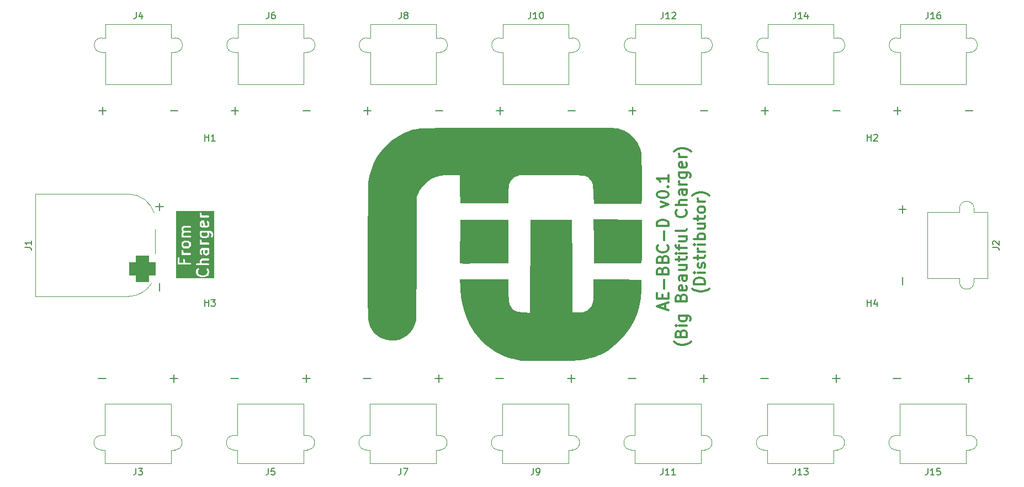
<source format=gbr>
%TF.GenerationSoftware,KiCad,Pcbnew,8.0.2-1*%
%TF.CreationDate,2024-09-06T21:09:21+10:00*%
%TF.ProjectId,ae-bbc-pcb,61652d62-6263-42d7-9063-622e6b696361,rev?*%
%TF.SameCoordinates,Original*%
%TF.FileFunction,Legend,Top*%
%TF.FilePolarity,Positive*%
%FSLAX46Y46*%
G04 Gerber Fmt 4.6, Leading zero omitted, Abs format (unit mm)*
G04 Created by KiCad (PCBNEW 8.0.2-1) date 2024-09-06 21:09:21*
%MOMM*%
%LPD*%
G01*
G04 APERTURE LIST*
G04 Aperture macros list*
%AMRoundRect*
0 Rectangle with rounded corners*
0 $1 Rounding radius*
0 $2 $3 $4 $5 $6 $7 $8 $9 X,Y pos of 4 corners*
0 Add a 4 corners polygon primitive as box body*
4,1,4,$2,$3,$4,$5,$6,$7,$8,$9,$2,$3,0*
0 Add four circle primitives for the rounded corners*
1,1,$1+$1,$2,$3*
1,1,$1+$1,$4,$5*
1,1,$1+$1,$6,$7*
1,1,$1+$1,$8,$9*
0 Add four rect primitives between the rounded corners*
20,1,$1+$1,$2,$3,$4,$5,0*
20,1,$1+$1,$4,$5,$6,$7,0*
20,1,$1+$1,$6,$7,$8,$9,0*
20,1,$1+$1,$8,$9,$2,$3,0*%
G04 Aperture macros list end*
%ADD10C,0.300000*%
%ADD11C,0.150000*%
%ADD12C,0.120000*%
%ADD13C,0.000000*%
%ADD14R,2.000000X0.900000*%
%ADD15RoundRect,1.025000X1.025000X-1.025000X1.025000X1.025000X-1.025000X1.025000X-1.025000X-1.025000X0*%
%ADD16C,4.100000*%
%ADD17C,1.400000*%
%ADD18R,3.500000X3.500000*%
%ADD19C,3.500000*%
%ADD20C,5.600000*%
G04 APERTURE END LIST*
D10*
G36*
X153290436Y-143021407D02*
G01*
X153292672Y-143367298D01*
X153247310Y-143461137D01*
X153158309Y-143507134D01*
X153061797Y-143508554D01*
X152969095Y-143463741D01*
X152923364Y-143375255D01*
X152921021Y-143012862D01*
X152922389Y-143008761D01*
X152920855Y-142987184D01*
X152920758Y-142972121D01*
X153264424Y-142971074D01*
X153290436Y-143021407D01*
G37*
G36*
X150363664Y-141859109D02*
G01*
X150414338Y-141907835D01*
X150473158Y-142021646D01*
X150475011Y-142201168D01*
X150420388Y-142314166D01*
X150371663Y-142364837D01*
X150258152Y-142423502D01*
X149829008Y-142425839D01*
X149715331Y-142370888D01*
X149664659Y-142322163D01*
X149605838Y-142208350D01*
X149603985Y-142028830D01*
X149658610Y-141915831D01*
X149707334Y-141865159D01*
X149820844Y-141806495D01*
X150249989Y-141804158D01*
X150363664Y-141859109D01*
G37*
G36*
X153290484Y-140354832D02*
G01*
X153292572Y-140617506D01*
X153237790Y-140730833D01*
X153189065Y-140781504D01*
X153075554Y-140840169D01*
X152646410Y-140842506D01*
X152532733Y-140787555D01*
X152482061Y-140738830D01*
X152423316Y-140625164D01*
X152421228Y-140362492D01*
X152448384Y-140306317D01*
X153264569Y-140304690D01*
X153290484Y-140354832D01*
G37*
G36*
X152676593Y-139258793D02*
G01*
X152563260Y-139259262D01*
X152469095Y-139213742D01*
X152423316Y-139125164D01*
X152421228Y-138862492D01*
X152466491Y-138768860D01*
X152555491Y-138722863D01*
X152567543Y-138722686D01*
X152676593Y-139258793D01*
G37*
G36*
X154368011Y-147334442D02*
G01*
X148528388Y-147334442D01*
X148528388Y-146239998D01*
X151540234Y-146239998D01*
X151542695Y-146407352D01*
X151541411Y-146425425D01*
X151543068Y-146432715D01*
X151543116Y-146435929D01*
X151544631Y-146439586D01*
X151547931Y-146454099D01*
X151626449Y-146682144D01*
X151626449Y-146685928D01*
X151634167Y-146704562D01*
X151643253Y-146730950D01*
X151646783Y-146735020D01*
X151648846Y-146740000D01*
X151667501Y-146762731D01*
X151835523Y-146927137D01*
X151848267Y-146941831D01*
X151854640Y-146945843D01*
X151856899Y-146948053D01*
X151860560Y-146949569D01*
X151873152Y-146957496D01*
X152032054Y-147034309D01*
X152042829Y-147042293D01*
X152064827Y-147050151D01*
X152067283Y-147051339D01*
X152068365Y-147051415D01*
X152070521Y-147052186D01*
X152395843Y-147130850D01*
X152410970Y-147137116D01*
X152429167Y-147138908D01*
X152432943Y-147139821D01*
X152435130Y-147139495D01*
X152440234Y-147139998D01*
X152681951Y-147137503D01*
X152697525Y-147139821D01*
X152715539Y-147137156D01*
X152719498Y-147137116D01*
X152721542Y-147136268D01*
X152726614Y-147135519D01*
X153048592Y-147052375D01*
X153063185Y-147051339D01*
X153085131Y-147042940D01*
X153087639Y-147042293D01*
X153088510Y-147041647D01*
X153090649Y-147040829D01*
X153256409Y-146955160D01*
X153273569Y-146948053D01*
X153279363Y-146943297D01*
X153282201Y-146941831D01*
X153284795Y-146938839D01*
X153296300Y-146929398D01*
X153445631Y-146776782D01*
X153448868Y-146775164D01*
X153461765Y-146760293D01*
X153481622Y-146740000D01*
X153483684Y-146735020D01*
X153487215Y-146730950D01*
X153499204Y-146704099D01*
X153579758Y-146454260D01*
X153587352Y-146435929D01*
X153588092Y-146428414D01*
X153589056Y-146425425D01*
X153588775Y-146421476D01*
X153590234Y-146406665D01*
X153587772Y-146239301D01*
X153589056Y-146221238D01*
X153587399Y-146213951D01*
X153587352Y-146210734D01*
X153585835Y-146207073D01*
X153582537Y-146192564D01*
X153504018Y-145964515D01*
X153504018Y-145960734D01*
X153496303Y-145942108D01*
X153487215Y-145915713D01*
X153483683Y-145911641D01*
X153481621Y-145906662D01*
X153462966Y-145883931D01*
X153356902Y-145781944D01*
X153302829Y-145759547D01*
X153244303Y-145759547D01*
X153190231Y-145781945D01*
X153148846Y-145823330D01*
X153126449Y-145877403D01*
X153126449Y-145935929D01*
X153148847Y-145990001D01*
X153167502Y-146012732D01*
X153225193Y-146068206D01*
X153290496Y-146257870D01*
X153292247Y-146376859D01*
X153229049Y-146572863D01*
X153107162Y-146697431D01*
X152980587Y-146762848D01*
X152681468Y-146840088D01*
X152467593Y-146842295D01*
X152169010Y-146770097D01*
X152033197Y-146704444D01*
X151905699Y-146579690D01*
X151839971Y-146388792D01*
X151838220Y-146269803D01*
X151901607Y-146073211D01*
X151981621Y-145990001D01*
X152004018Y-145935929D01*
X152004019Y-145877403D01*
X151981622Y-145823331D01*
X151940237Y-145781945D01*
X151886165Y-145759548D01*
X151827639Y-145759547D01*
X151773566Y-145781944D01*
X151750835Y-145800599D01*
X151683639Y-145870479D01*
X151681600Y-145871499D01*
X151671857Y-145882732D01*
X151648847Y-145906662D01*
X151646784Y-145911641D01*
X151643253Y-145915713D01*
X151631264Y-145942564D01*
X151550705Y-146192412D01*
X151543116Y-146210734D01*
X151542376Y-146218243D01*
X151541411Y-146221238D01*
X151541692Y-146225192D01*
X151540234Y-146239998D01*
X148528388Y-146239998D01*
X148528388Y-144239999D01*
X148722832Y-144239999D01*
X148725714Y-145102595D01*
X148725714Y-145102596D01*
X148748112Y-145156668D01*
X148789496Y-145198052D01*
X148843568Y-145220450D01*
X148872832Y-145223332D01*
X150652096Y-145220450D01*
X150706168Y-145198052D01*
X150747552Y-145156668D01*
X150759675Y-145127401D01*
X151543116Y-145127401D01*
X151543116Y-145185929D01*
X151565514Y-145240001D01*
X151606898Y-145281385D01*
X151660970Y-145303783D01*
X151690234Y-145306665D01*
X153469498Y-145303783D01*
X153523570Y-145281385D01*
X153564954Y-145240001D01*
X153587352Y-145185929D01*
X153587352Y-145127401D01*
X153564954Y-145073329D01*
X153523570Y-145031945D01*
X153469498Y-145009547D01*
X153440234Y-145006665D01*
X152502190Y-145008184D01*
X152482061Y-144988829D01*
X152423240Y-144875016D01*
X152421387Y-144695496D01*
X152466491Y-144602192D01*
X152554766Y-144556569D01*
X153469498Y-144553783D01*
X153523570Y-144531385D01*
X153564954Y-144490001D01*
X153587352Y-144435929D01*
X153587352Y-144377401D01*
X153564954Y-144323329D01*
X153523570Y-144281945D01*
X153469498Y-144259547D01*
X153440234Y-144256665D01*
X152546958Y-144259386D01*
X152542328Y-144257843D01*
X152519428Y-144259470D01*
X152494303Y-144259547D01*
X152489322Y-144261610D01*
X152483948Y-144261992D01*
X152456485Y-144272501D01*
X152297201Y-144354821D01*
X152282618Y-144359683D01*
X152274981Y-144366305D01*
X152264933Y-144371499D01*
X152252610Y-144385707D01*
X152238402Y-144398030D01*
X152229078Y-144412841D01*
X152226587Y-144415714D01*
X152225818Y-144418020D01*
X152222737Y-144422915D01*
X152151129Y-144571046D01*
X152148847Y-144573329D01*
X152141787Y-144590372D01*
X152128893Y-144617046D01*
X152128510Y-144622423D01*
X152126449Y-144627401D01*
X152123567Y-144656665D01*
X152125917Y-144884387D01*
X152124745Y-144887904D01*
X152126158Y-144907801D01*
X152126449Y-144935929D01*
X152128510Y-144940906D01*
X152128893Y-144946284D01*
X152139403Y-144973747D01*
X152157489Y-145008742D01*
X151660970Y-145009547D01*
X151606898Y-145031945D01*
X151565514Y-145073329D01*
X151543116Y-145127401D01*
X150759675Y-145127401D01*
X150769950Y-145102596D01*
X150769950Y-145044068D01*
X150747552Y-144989996D01*
X150706168Y-144948612D01*
X150652096Y-144926214D01*
X150622832Y-144923332D01*
X149855465Y-144924574D01*
X149853283Y-144460735D01*
X149830885Y-144406663D01*
X149789501Y-144365279D01*
X149735429Y-144342881D01*
X149676901Y-144342881D01*
X149622829Y-144365279D01*
X149581445Y-144406663D01*
X149559047Y-144460735D01*
X149556165Y-144489999D01*
X149558211Y-144925056D01*
X149022339Y-144925924D01*
X149019950Y-144210735D01*
X148997552Y-144156663D01*
X148956168Y-144115279D01*
X148902096Y-144092881D01*
X148843568Y-144092881D01*
X148789496Y-144115279D01*
X148748112Y-144156663D01*
X148725714Y-144210735D01*
X148722832Y-144239999D01*
X148528388Y-144239999D01*
X148528388Y-143073332D01*
X149306165Y-143073332D01*
X149308298Y-143218371D01*
X149307343Y-143221238D01*
X149308600Y-143238938D01*
X149309047Y-143269263D01*
X149311110Y-143274243D01*
X149311492Y-143279618D01*
X149322001Y-143307082D01*
X149391211Y-143440997D01*
X149372829Y-143448612D01*
X149331445Y-143489996D01*
X149309047Y-143544068D01*
X149309047Y-143602596D01*
X149331445Y-143656668D01*
X149372829Y-143698052D01*
X149426901Y-143720450D01*
X149456165Y-143723332D01*
X150652096Y-143720450D01*
X150706168Y-143698052D01*
X150747552Y-143656668D01*
X150769950Y-143602596D01*
X150769950Y-143544068D01*
X150747552Y-143489996D01*
X150706168Y-143448612D01*
X150652096Y-143426214D01*
X150622832Y-143423332D01*
X149827784Y-143425247D01*
X149715331Y-143370888D01*
X149664659Y-143322162D01*
X149605695Y-143208073D01*
X149603713Y-143073332D01*
X152123567Y-143073332D01*
X152126036Y-143384029D01*
X152124745Y-143387904D01*
X152126233Y-143408858D01*
X152126449Y-143435929D01*
X152128510Y-143440906D01*
X152128893Y-143446284D01*
X152139403Y-143473747D01*
X152238402Y-143665300D01*
X152282618Y-143703647D01*
X152338140Y-143722154D01*
X152396520Y-143718006D01*
X152448869Y-143691831D01*
X152487216Y-143647616D01*
X152505723Y-143592094D01*
X152501575Y-143533713D01*
X152491065Y-143506250D01*
X152423316Y-143375163D01*
X152421228Y-143112491D01*
X152466491Y-143018859D01*
X152554766Y-142973236D01*
X152598805Y-142973102D01*
X152623769Y-143021407D01*
X152626112Y-143383802D01*
X152624745Y-143387904D01*
X152626278Y-143409480D01*
X152626449Y-143435929D01*
X152628510Y-143440906D01*
X152628893Y-143446284D01*
X152639403Y-143473747D01*
X152721726Y-143633033D01*
X152726587Y-143647616D01*
X152733208Y-143655250D01*
X152738402Y-143665300D01*
X152752610Y-143677622D01*
X152764933Y-143691831D01*
X152779742Y-143701153D01*
X152782618Y-143703647D01*
X152784927Y-143704416D01*
X152789819Y-143707496D01*
X152937947Y-143779101D01*
X152940231Y-143781385D01*
X152957286Y-143788449D01*
X152983948Y-143801338D01*
X152989322Y-143801719D01*
X152994303Y-143803783D01*
X153023567Y-143806665D01*
X153168605Y-143804531D01*
X153171472Y-143805487D01*
X153189177Y-143804228D01*
X153219498Y-143803783D01*
X153224476Y-143801720D01*
X153229852Y-143801339D01*
X153257316Y-143790829D01*
X153416599Y-143708507D01*
X153431185Y-143703646D01*
X153438820Y-143697023D01*
X153448868Y-143691831D01*
X153461191Y-143677622D01*
X153475400Y-143665299D01*
X153484721Y-143650490D01*
X153487215Y-143647616D01*
X153487984Y-143645307D01*
X153491065Y-143640414D01*
X153562671Y-143492283D01*
X153564954Y-143490001D01*
X153572015Y-143472952D01*
X153584908Y-143446283D01*
X153585289Y-143440907D01*
X153587352Y-143435929D01*
X153590234Y-143406665D01*
X153587688Y-143012862D01*
X153589056Y-143008761D01*
X153587522Y-142987184D01*
X153587352Y-142960735D01*
X153585289Y-142955756D01*
X153584908Y-142950381D01*
X153574398Y-142922917D01*
X153565419Y-142905544D01*
X153587352Y-142852596D01*
X153587352Y-142794068D01*
X153564954Y-142739996D01*
X153523570Y-142698612D01*
X153469498Y-142676214D01*
X153440234Y-142673332D01*
X152712117Y-142675550D01*
X152708996Y-142674510D01*
X152693557Y-142675606D01*
X152546958Y-142676053D01*
X152542328Y-142674510D01*
X152519428Y-142676137D01*
X152494303Y-142676214D01*
X152489322Y-142678277D01*
X152483948Y-142678659D01*
X152456485Y-142689168D01*
X152297201Y-142771488D01*
X152282618Y-142776350D01*
X152274981Y-142782972D01*
X152264933Y-142788166D01*
X152252610Y-142802374D01*
X152238402Y-142814697D01*
X152229078Y-142829508D01*
X152226587Y-142832381D01*
X152225818Y-142834687D01*
X152222737Y-142839582D01*
X152151129Y-142987713D01*
X152148847Y-142989996D01*
X152141787Y-143007039D01*
X152128893Y-143033713D01*
X152128510Y-143039090D01*
X152126449Y-143044068D01*
X152123567Y-143073332D01*
X149603713Y-143073332D01*
X149603283Y-143044068D01*
X149580885Y-142989996D01*
X149539501Y-142948612D01*
X149485429Y-142926214D01*
X149426901Y-142926214D01*
X149372829Y-142948612D01*
X149331445Y-142989996D01*
X149309047Y-143044068D01*
X149306165Y-143073332D01*
X148528388Y-143073332D01*
X148528388Y-141989999D01*
X149306165Y-141989999D01*
X149308515Y-142217721D01*
X149307343Y-142221238D01*
X149308756Y-142241135D01*
X149309047Y-142269263D01*
X149311108Y-142274240D01*
X149311491Y-142279618D01*
X149322001Y-142307081D01*
X149407672Y-142472847D01*
X149414778Y-142490001D01*
X149419532Y-142495793D01*
X149421000Y-142498634D01*
X149423993Y-142501230D01*
X149433433Y-142512732D01*
X149520009Y-142595981D01*
X149530865Y-142608498D01*
X149537123Y-142612437D01*
X149539497Y-142614720D01*
X149543158Y-142616236D01*
X149555750Y-142624163D01*
X149703880Y-142695769D01*
X149706163Y-142698052D01*
X149723211Y-142705113D01*
X149749881Y-142718006D01*
X149755256Y-142718387D01*
X149760235Y-142720450D01*
X149789499Y-142723332D01*
X150266479Y-142720734D01*
X150270737Y-142722154D01*
X150292724Y-142720591D01*
X150318763Y-142720450D01*
X150323740Y-142718388D01*
X150329118Y-142718006D01*
X150356581Y-142707496D01*
X150522342Y-142621826D01*
X150539500Y-142614720D01*
X150545294Y-142609964D01*
X150548132Y-142608498D01*
X150550725Y-142605507D01*
X150562230Y-142596066D01*
X150645480Y-142509489D01*
X150657998Y-142498633D01*
X150661937Y-142492374D01*
X150664219Y-142490002D01*
X150665734Y-142486342D01*
X150673663Y-142473748D01*
X150745269Y-142325617D01*
X150747552Y-142323335D01*
X150754613Y-142306286D01*
X150767506Y-142279617D01*
X150767887Y-142274241D01*
X150769950Y-142269263D01*
X150772832Y-142239999D01*
X150770481Y-142012277D01*
X150771654Y-142008761D01*
X150770240Y-141988864D01*
X150769950Y-141960735D01*
X150767887Y-141955756D01*
X150767506Y-141950381D01*
X150756996Y-141922917D01*
X150671324Y-141757150D01*
X150664219Y-141739996D01*
X150659464Y-141734202D01*
X150657998Y-141731365D01*
X150655006Y-141728770D01*
X150645564Y-141717265D01*
X150558986Y-141634015D01*
X150548132Y-141621500D01*
X150541873Y-141617560D01*
X150539500Y-141615278D01*
X150535839Y-141613761D01*
X150523247Y-141605835D01*
X150375117Y-141534228D01*
X150372835Y-141531946D01*
X150355792Y-141524886D01*
X150329118Y-141511992D01*
X150323740Y-141511609D01*
X150318763Y-141509548D01*
X150289499Y-141506666D01*
X149812518Y-141509263D01*
X149808261Y-141507844D01*
X149786274Y-141509406D01*
X149760235Y-141509548D01*
X149755256Y-141511610D01*
X149749881Y-141511992D01*
X149722417Y-141522502D01*
X149556656Y-141608170D01*
X149539497Y-141615278D01*
X149533702Y-141620033D01*
X149530865Y-141621500D01*
X149528270Y-141624491D01*
X149516766Y-141633933D01*
X149433520Y-141720505D01*
X149421000Y-141731364D01*
X149417058Y-141737625D01*
X149414778Y-141739997D01*
X149413262Y-141743655D01*
X149405335Y-141756249D01*
X149333727Y-141904380D01*
X149331445Y-141906663D01*
X149324385Y-141923706D01*
X149311491Y-141950380D01*
X149311108Y-141955757D01*
X149309047Y-141960735D01*
X149306165Y-141989999D01*
X148528388Y-141989999D01*
X148528388Y-141489999D01*
X152123567Y-141489999D01*
X152125700Y-141635038D01*
X152124745Y-141637905D01*
X152126002Y-141655605D01*
X152126449Y-141685930D01*
X152128512Y-141690910D01*
X152128894Y-141696285D01*
X152139403Y-141723749D01*
X152208613Y-141857664D01*
X152190231Y-141865279D01*
X152148847Y-141906663D01*
X152126449Y-141960735D01*
X152126449Y-142019263D01*
X152148847Y-142073335D01*
X152190231Y-142114719D01*
X152244303Y-142137117D01*
X152273567Y-142139999D01*
X153469498Y-142137117D01*
X153523570Y-142114719D01*
X153564954Y-142073335D01*
X153587352Y-142019263D01*
X153587352Y-141960735D01*
X153564954Y-141906663D01*
X153523570Y-141865279D01*
X153469498Y-141842881D01*
X153440234Y-141839999D01*
X152645186Y-141841914D01*
X152532733Y-141787555D01*
X152482061Y-141738829D01*
X152423097Y-141624740D01*
X152420685Y-141460735D01*
X152398287Y-141406663D01*
X152356903Y-141365279D01*
X152302831Y-141342881D01*
X152244303Y-141342881D01*
X152190231Y-141365279D01*
X152148847Y-141406663D01*
X152126449Y-141460735D01*
X152123567Y-141489999D01*
X148528388Y-141489999D01*
X148528388Y-139656666D01*
X149306165Y-139656666D01*
X149308515Y-139884388D01*
X149307343Y-139887905D01*
X149308756Y-139907802D01*
X149309047Y-139935930D01*
X149311108Y-139940907D01*
X149311491Y-139946285D01*
X149322001Y-139973748D01*
X149404324Y-140133034D01*
X149409185Y-140147617D01*
X149415806Y-140155251D01*
X149416098Y-140155817D01*
X149411676Y-140162842D01*
X149409185Y-140165715D01*
X149408416Y-140168021D01*
X149405335Y-140172916D01*
X149333727Y-140321047D01*
X149331445Y-140323330D01*
X149324385Y-140340373D01*
X149311491Y-140367047D01*
X149311108Y-140372424D01*
X149309047Y-140377402D01*
X149306165Y-140406666D01*
X149308515Y-140634388D01*
X149307343Y-140637905D01*
X149308756Y-140657802D01*
X149309047Y-140685930D01*
X149311108Y-140690907D01*
X149311491Y-140696285D01*
X149322001Y-140723748D01*
X149359149Y-140795625D01*
X149331445Y-140823330D01*
X149309047Y-140877402D01*
X149309047Y-140935930D01*
X149331445Y-140990002D01*
X149372829Y-141031386D01*
X149426901Y-141053784D01*
X149456165Y-141056666D01*
X150652096Y-141053784D01*
X150706168Y-141031386D01*
X150747552Y-140990002D01*
X150769950Y-140935930D01*
X150769950Y-140877402D01*
X150747552Y-140823330D01*
X150706168Y-140781946D01*
X150652096Y-140759548D01*
X150622832Y-140756666D01*
X149685557Y-140758924D01*
X149664659Y-140738830D01*
X149605838Y-140625017D01*
X149603985Y-140445497D01*
X149649089Y-140352193D01*
X149704930Y-140323333D01*
X152123567Y-140323333D01*
X152126036Y-140634030D01*
X152124745Y-140637905D01*
X152126233Y-140658859D01*
X152126449Y-140685930D01*
X152128510Y-140690907D01*
X152128893Y-140696285D01*
X152139403Y-140723748D01*
X152225074Y-140889514D01*
X152232180Y-140906668D01*
X152236934Y-140912460D01*
X152238402Y-140915301D01*
X152241395Y-140917897D01*
X152250835Y-140929399D01*
X152337411Y-141012648D01*
X152348267Y-141025165D01*
X152354525Y-141029104D01*
X152356899Y-141031387D01*
X152360560Y-141032903D01*
X152373152Y-141040830D01*
X152521282Y-141112436D01*
X152523565Y-141114719D01*
X152540613Y-141121780D01*
X152567283Y-141134673D01*
X152572658Y-141135054D01*
X152577637Y-141137117D01*
X152606901Y-141139999D01*
X153083881Y-141137401D01*
X153088139Y-141138821D01*
X153110126Y-141137258D01*
X153136165Y-141137117D01*
X153141142Y-141135055D01*
X153146520Y-141134673D01*
X153173983Y-141124163D01*
X153339744Y-141038493D01*
X153356902Y-141031387D01*
X153362696Y-141026631D01*
X153365534Y-141025165D01*
X153368127Y-141022174D01*
X153379632Y-141012733D01*
X153462882Y-140926156D01*
X153475400Y-140915300D01*
X153479339Y-140909041D01*
X153481621Y-140906669D01*
X153483136Y-140903009D01*
X153491065Y-140890415D01*
X153562671Y-140742284D01*
X153564954Y-140740002D01*
X153572015Y-140722953D01*
X153584908Y-140696284D01*
X153585289Y-140690908D01*
X153587352Y-140685930D01*
X153590234Y-140656666D01*
X153587764Y-140345969D01*
X153589056Y-140342095D01*
X153587567Y-140321140D01*
X153587431Y-140304047D01*
X153650235Y-140303922D01*
X153764401Y-140359109D01*
X153815073Y-140407834D01*
X153873893Y-140521646D01*
X153875746Y-140701168D01*
X153795560Y-140867048D01*
X153791412Y-140925428D01*
X153809920Y-140980950D01*
X153848267Y-141025165D01*
X153900616Y-141051340D01*
X153958996Y-141055488D01*
X154014518Y-141036980D01*
X154058733Y-140998633D01*
X154074398Y-140973748D01*
X154146004Y-140825617D01*
X154148287Y-140823335D01*
X154155348Y-140806286D01*
X154168241Y-140779617D01*
X154168622Y-140774241D01*
X154170685Y-140769263D01*
X154173567Y-140739999D01*
X154171216Y-140512276D01*
X154172389Y-140508760D01*
X154170975Y-140488868D01*
X154170685Y-140460735D01*
X154168621Y-140455754D01*
X154168240Y-140450380D01*
X154157731Y-140422917D01*
X154072059Y-140257151D01*
X154064955Y-140239998D01*
X154060200Y-140234205D01*
X154058733Y-140231365D01*
X154055739Y-140228768D01*
X154046300Y-140217267D01*
X153959724Y-140134017D01*
X153948868Y-140121500D01*
X153942609Y-140117560D01*
X153940237Y-140115279D01*
X153936577Y-140113763D01*
X153923983Y-140105835D01*
X153775852Y-140034228D01*
X153773570Y-140031946D01*
X153756521Y-140024884D01*
X153729852Y-140011992D01*
X153724476Y-140011610D01*
X153719498Y-140009548D01*
X153690234Y-140006666D01*
X152358907Y-140009319D01*
X152338140Y-140007844D01*
X152333561Y-140009370D01*
X152244303Y-140009548D01*
X152190231Y-140031946D01*
X152148847Y-140073330D01*
X152126449Y-140127402D01*
X152126449Y-140185930D01*
X152148845Y-140239999D01*
X152141787Y-140257040D01*
X152128893Y-140283714D01*
X152128510Y-140289091D01*
X152126449Y-140294069D01*
X152123567Y-140323333D01*
X149704930Y-140323333D01*
X149737364Y-140306570D01*
X150652096Y-140303784D01*
X150706168Y-140281386D01*
X150747552Y-140240002D01*
X150769950Y-140185930D01*
X150769950Y-140127402D01*
X150747552Y-140073330D01*
X150706168Y-140031946D01*
X150652096Y-140009548D01*
X150622832Y-140006666D01*
X149746014Y-140009337D01*
X149651693Y-139963742D01*
X149605838Y-139875017D01*
X149603985Y-139695497D01*
X149649089Y-139602193D01*
X149737364Y-139556570D01*
X150652096Y-139553784D01*
X150706168Y-139531386D01*
X150747552Y-139490002D01*
X150769950Y-139435930D01*
X150769950Y-139377402D01*
X150747552Y-139323330D01*
X150706168Y-139281946D01*
X150652096Y-139259548D01*
X150622832Y-139256666D01*
X149729556Y-139259387D01*
X149724926Y-139257844D01*
X149702026Y-139259471D01*
X149676901Y-139259548D01*
X149671920Y-139261611D01*
X149666546Y-139261993D01*
X149639083Y-139272502D01*
X149479799Y-139354822D01*
X149465216Y-139359684D01*
X149457579Y-139366306D01*
X149447531Y-139371500D01*
X149435208Y-139385708D01*
X149421000Y-139398031D01*
X149411676Y-139412842D01*
X149409185Y-139415715D01*
X149408416Y-139418021D01*
X149405335Y-139422916D01*
X149333727Y-139571047D01*
X149331445Y-139573330D01*
X149324385Y-139590373D01*
X149311491Y-139617047D01*
X149311108Y-139622424D01*
X149309047Y-139627402D01*
X149306165Y-139656666D01*
X148528388Y-139656666D01*
X148528388Y-138823333D01*
X152123567Y-138823333D01*
X152126036Y-139134030D01*
X152124745Y-139137905D01*
X152126233Y-139158859D01*
X152126449Y-139185930D01*
X152128510Y-139190907D01*
X152128893Y-139196285D01*
X152139403Y-139223748D01*
X152221726Y-139383034D01*
X152226587Y-139397617D01*
X152233208Y-139405251D01*
X152238402Y-139415301D01*
X152252610Y-139427623D01*
X152264933Y-139441832D01*
X152279742Y-139451154D01*
X152282618Y-139453648D01*
X152284927Y-139454417D01*
X152289819Y-139457497D01*
X152437947Y-139529102D01*
X152440231Y-139531386D01*
X152457286Y-139538450D01*
X152483948Y-139551339D01*
X152489322Y-139551720D01*
X152494303Y-139553784D01*
X152523567Y-139556666D01*
X152850220Y-139555313D01*
X152857058Y-139556666D01*
X152864109Y-139555255D01*
X153167012Y-139554001D01*
X153171472Y-139555488D01*
X153193966Y-139553889D01*
X153219498Y-139553784D01*
X153224476Y-139551721D01*
X153229852Y-139551340D01*
X153257316Y-139540830D01*
X153416599Y-139458508D01*
X153431185Y-139453647D01*
X153438820Y-139447024D01*
X153448868Y-139441832D01*
X153461191Y-139427623D01*
X153475400Y-139415300D01*
X153484721Y-139400491D01*
X153487215Y-139397617D01*
X153487984Y-139395308D01*
X153491065Y-139390415D01*
X153562671Y-139242284D01*
X153564954Y-139240002D01*
X153572015Y-139222953D01*
X153584908Y-139196284D01*
X153585289Y-139190908D01*
X153587352Y-139185930D01*
X153590234Y-139156666D01*
X153587764Y-138845969D01*
X153589056Y-138842095D01*
X153587567Y-138821140D01*
X153587352Y-138794069D01*
X153585289Y-138789090D01*
X153584908Y-138783715D01*
X153574398Y-138756251D01*
X153475400Y-138564699D01*
X153431185Y-138526352D01*
X153375663Y-138507844D01*
X153317283Y-138511992D01*
X153264934Y-138538167D01*
X153226587Y-138582382D01*
X153208079Y-138637904D01*
X153212227Y-138696284D01*
X153222737Y-138723748D01*
X153290484Y-138854832D01*
X153292572Y-139117506D01*
X153247310Y-139211138D01*
X153158967Y-139256795D01*
X152979637Y-139257538D01*
X152837352Y-138558044D01*
X152837352Y-138544069D01*
X152831766Y-138530584D01*
X152828756Y-138515785D01*
X152820577Y-138503573D01*
X152814954Y-138489997D01*
X152804451Y-138479494D01*
X152796188Y-138467156D01*
X152783962Y-138459005D01*
X152773570Y-138448613D01*
X152759849Y-138442929D01*
X152747492Y-138434691D01*
X152733075Y-138431839D01*
X152719498Y-138426215D01*
X152690234Y-138423333D01*
X152690087Y-138423335D01*
X152690077Y-138423333D01*
X152690064Y-138423335D01*
X152545194Y-138425466D01*
X152542328Y-138424511D01*
X152524627Y-138425768D01*
X152494303Y-138426215D01*
X152489322Y-138428278D01*
X152483948Y-138428660D01*
X152456485Y-138439169D01*
X152297201Y-138521489D01*
X152282618Y-138526351D01*
X152274981Y-138532973D01*
X152264933Y-138538167D01*
X152252610Y-138552375D01*
X152238402Y-138564698D01*
X152229078Y-138579509D01*
X152226587Y-138582382D01*
X152225818Y-138584688D01*
X152222737Y-138589583D01*
X152151129Y-138737714D01*
X152148847Y-138739997D01*
X152141787Y-138757040D01*
X152128893Y-138783714D01*
X152128510Y-138789091D01*
X152126449Y-138794069D01*
X152123567Y-138823333D01*
X148528388Y-138823333D01*
X148528388Y-137323333D01*
X152123567Y-137323333D01*
X152125700Y-137468372D01*
X152124745Y-137471239D01*
X152126002Y-137488939D01*
X152126449Y-137519264D01*
X152128512Y-137524244D01*
X152128894Y-137529619D01*
X152139403Y-137557083D01*
X152208613Y-137690998D01*
X152190231Y-137698613D01*
X152148847Y-137739997D01*
X152126449Y-137794069D01*
X152126449Y-137852597D01*
X152148847Y-137906669D01*
X152190231Y-137948053D01*
X152244303Y-137970451D01*
X152273567Y-137973333D01*
X153469498Y-137970451D01*
X153523570Y-137948053D01*
X153564954Y-137906669D01*
X153587352Y-137852597D01*
X153587352Y-137794069D01*
X153564954Y-137739997D01*
X153523570Y-137698613D01*
X153469498Y-137676215D01*
X153440234Y-137673333D01*
X152645186Y-137675248D01*
X152532733Y-137620889D01*
X152482061Y-137572163D01*
X152423097Y-137458074D01*
X152420685Y-137294069D01*
X152398287Y-137239997D01*
X152356903Y-137198613D01*
X152302831Y-137176215D01*
X152244303Y-137176215D01*
X152190231Y-137198613D01*
X152148847Y-137239997D01*
X152126449Y-137294069D01*
X152123567Y-137323333D01*
X148528388Y-137323333D01*
X148528388Y-136981771D01*
X154368011Y-136981771D01*
X154368011Y-147334442D01*
G37*
X223505430Y-152043048D02*
X223505430Y-151209715D01*
X224005430Y-152209715D02*
X222255430Y-151626382D01*
X222255430Y-151626382D02*
X224005430Y-151043048D01*
X223088763Y-150459715D02*
X223088763Y-149876382D01*
X224005430Y-149626382D02*
X224005430Y-150459715D01*
X224005430Y-150459715D02*
X222255430Y-150459715D01*
X222255430Y-150459715D02*
X222255430Y-149626382D01*
X223338763Y-148876382D02*
X223338763Y-147543049D01*
X223088763Y-146126382D02*
X223172097Y-145876382D01*
X223172097Y-145876382D02*
X223255430Y-145793048D01*
X223255430Y-145793048D02*
X223422097Y-145709715D01*
X223422097Y-145709715D02*
X223672097Y-145709715D01*
X223672097Y-145709715D02*
X223838763Y-145793048D01*
X223838763Y-145793048D02*
X223922097Y-145876382D01*
X223922097Y-145876382D02*
X224005430Y-146043048D01*
X224005430Y-146043048D02*
X224005430Y-146709715D01*
X224005430Y-146709715D02*
X222255430Y-146709715D01*
X222255430Y-146709715D02*
X222255430Y-146126382D01*
X222255430Y-146126382D02*
X222338763Y-145959715D01*
X222338763Y-145959715D02*
X222422097Y-145876382D01*
X222422097Y-145876382D02*
X222588763Y-145793048D01*
X222588763Y-145793048D02*
X222755430Y-145793048D01*
X222755430Y-145793048D02*
X222922097Y-145876382D01*
X222922097Y-145876382D02*
X223005430Y-145959715D01*
X223005430Y-145959715D02*
X223088763Y-146126382D01*
X223088763Y-146126382D02*
X223088763Y-146709715D01*
X223088763Y-144376382D02*
X223172097Y-144126382D01*
X223172097Y-144126382D02*
X223255430Y-144043048D01*
X223255430Y-144043048D02*
X223422097Y-143959715D01*
X223422097Y-143959715D02*
X223672097Y-143959715D01*
X223672097Y-143959715D02*
X223838763Y-144043048D01*
X223838763Y-144043048D02*
X223922097Y-144126382D01*
X223922097Y-144126382D02*
X224005430Y-144293048D01*
X224005430Y-144293048D02*
X224005430Y-144959715D01*
X224005430Y-144959715D02*
X222255430Y-144959715D01*
X222255430Y-144959715D02*
X222255430Y-144376382D01*
X222255430Y-144376382D02*
X222338763Y-144209715D01*
X222338763Y-144209715D02*
X222422097Y-144126382D01*
X222422097Y-144126382D02*
X222588763Y-144043048D01*
X222588763Y-144043048D02*
X222755430Y-144043048D01*
X222755430Y-144043048D02*
X222922097Y-144126382D01*
X222922097Y-144126382D02*
X223005430Y-144209715D01*
X223005430Y-144209715D02*
X223088763Y-144376382D01*
X223088763Y-144376382D02*
X223088763Y-144959715D01*
X223838763Y-142209715D02*
X223922097Y-142293048D01*
X223922097Y-142293048D02*
X224005430Y-142543048D01*
X224005430Y-142543048D02*
X224005430Y-142709715D01*
X224005430Y-142709715D02*
X223922097Y-142959715D01*
X223922097Y-142959715D02*
X223755430Y-143126382D01*
X223755430Y-143126382D02*
X223588763Y-143209715D01*
X223588763Y-143209715D02*
X223255430Y-143293048D01*
X223255430Y-143293048D02*
X223005430Y-143293048D01*
X223005430Y-143293048D02*
X222672097Y-143209715D01*
X222672097Y-143209715D02*
X222505430Y-143126382D01*
X222505430Y-143126382D02*
X222338763Y-142959715D01*
X222338763Y-142959715D02*
X222255430Y-142709715D01*
X222255430Y-142709715D02*
X222255430Y-142543048D01*
X222255430Y-142543048D02*
X222338763Y-142293048D01*
X222338763Y-142293048D02*
X222422097Y-142209715D01*
X223338763Y-141459715D02*
X223338763Y-140126382D01*
X224005430Y-139293048D02*
X222255430Y-139293048D01*
X222255430Y-139293048D02*
X222255430Y-138876381D01*
X222255430Y-138876381D02*
X222338763Y-138626381D01*
X222338763Y-138626381D02*
X222505430Y-138459715D01*
X222505430Y-138459715D02*
X222672097Y-138376381D01*
X222672097Y-138376381D02*
X223005430Y-138293048D01*
X223005430Y-138293048D02*
X223255430Y-138293048D01*
X223255430Y-138293048D02*
X223588763Y-138376381D01*
X223588763Y-138376381D02*
X223755430Y-138459715D01*
X223755430Y-138459715D02*
X223922097Y-138626381D01*
X223922097Y-138626381D02*
X224005430Y-138876381D01*
X224005430Y-138876381D02*
X224005430Y-139293048D01*
X222838763Y-136376382D02*
X224005430Y-135959715D01*
X224005430Y-135959715D02*
X222838763Y-135543048D01*
X222255430Y-134543049D02*
X222255430Y-134376382D01*
X222255430Y-134376382D02*
X222338763Y-134209715D01*
X222338763Y-134209715D02*
X222422097Y-134126382D01*
X222422097Y-134126382D02*
X222588763Y-134043049D01*
X222588763Y-134043049D02*
X222922097Y-133959715D01*
X222922097Y-133959715D02*
X223338763Y-133959715D01*
X223338763Y-133959715D02*
X223672097Y-134043049D01*
X223672097Y-134043049D02*
X223838763Y-134126382D01*
X223838763Y-134126382D02*
X223922097Y-134209715D01*
X223922097Y-134209715D02*
X224005430Y-134376382D01*
X224005430Y-134376382D02*
X224005430Y-134543049D01*
X224005430Y-134543049D02*
X223922097Y-134709715D01*
X223922097Y-134709715D02*
X223838763Y-134793049D01*
X223838763Y-134793049D02*
X223672097Y-134876382D01*
X223672097Y-134876382D02*
X223338763Y-134959715D01*
X223338763Y-134959715D02*
X222922097Y-134959715D01*
X222922097Y-134959715D02*
X222588763Y-134876382D01*
X222588763Y-134876382D02*
X222422097Y-134793049D01*
X222422097Y-134793049D02*
X222338763Y-134709715D01*
X222338763Y-134709715D02*
X222255430Y-134543049D01*
X223838763Y-133209715D02*
X223922097Y-133126382D01*
X223922097Y-133126382D02*
X224005430Y-133209715D01*
X224005430Y-133209715D02*
X223922097Y-133293048D01*
X223922097Y-133293048D02*
X223838763Y-133209715D01*
X223838763Y-133209715D02*
X224005430Y-133209715D01*
X224005430Y-131459715D02*
X224005430Y-132459715D01*
X224005430Y-131959715D02*
X222255430Y-131959715D01*
X222255430Y-131959715D02*
X222505430Y-132126382D01*
X222505430Y-132126382D02*
X222672097Y-132293049D01*
X222672097Y-132293049D02*
X222755430Y-132459715D01*
X227489499Y-157043046D02*
X227406165Y-157126379D01*
X227406165Y-157126379D02*
X227156165Y-157293046D01*
X227156165Y-157293046D02*
X226989499Y-157376379D01*
X226989499Y-157376379D02*
X226739499Y-157459713D01*
X226739499Y-157459713D02*
X226322832Y-157543046D01*
X226322832Y-157543046D02*
X225989499Y-157543046D01*
X225989499Y-157543046D02*
X225572832Y-157459713D01*
X225572832Y-157459713D02*
X225322832Y-157376379D01*
X225322832Y-157376379D02*
X225156165Y-157293046D01*
X225156165Y-157293046D02*
X224906165Y-157126379D01*
X224906165Y-157126379D02*
X224822832Y-157043046D01*
X225906165Y-155793046D02*
X225989499Y-155543046D01*
X225989499Y-155543046D02*
X226072832Y-155459712D01*
X226072832Y-155459712D02*
X226239499Y-155376379D01*
X226239499Y-155376379D02*
X226489499Y-155376379D01*
X226489499Y-155376379D02*
X226656165Y-155459712D01*
X226656165Y-155459712D02*
X226739499Y-155543046D01*
X226739499Y-155543046D02*
X226822832Y-155709712D01*
X226822832Y-155709712D02*
X226822832Y-156376379D01*
X226822832Y-156376379D02*
X225072832Y-156376379D01*
X225072832Y-156376379D02*
X225072832Y-155793046D01*
X225072832Y-155793046D02*
X225156165Y-155626379D01*
X225156165Y-155626379D02*
X225239499Y-155543046D01*
X225239499Y-155543046D02*
X225406165Y-155459712D01*
X225406165Y-155459712D02*
X225572832Y-155459712D01*
X225572832Y-155459712D02*
X225739499Y-155543046D01*
X225739499Y-155543046D02*
X225822832Y-155626379D01*
X225822832Y-155626379D02*
X225906165Y-155793046D01*
X225906165Y-155793046D02*
X225906165Y-156376379D01*
X226822832Y-154626379D02*
X225656165Y-154626379D01*
X225072832Y-154626379D02*
X225156165Y-154709712D01*
X225156165Y-154709712D02*
X225239499Y-154626379D01*
X225239499Y-154626379D02*
X225156165Y-154543046D01*
X225156165Y-154543046D02*
X225072832Y-154626379D01*
X225072832Y-154626379D02*
X225239499Y-154626379D01*
X225656165Y-153043046D02*
X227072832Y-153043046D01*
X227072832Y-153043046D02*
X227239499Y-153126379D01*
X227239499Y-153126379D02*
X227322832Y-153209713D01*
X227322832Y-153209713D02*
X227406165Y-153376379D01*
X227406165Y-153376379D02*
X227406165Y-153626379D01*
X227406165Y-153626379D02*
X227322832Y-153793046D01*
X226739499Y-153043046D02*
X226822832Y-153209713D01*
X226822832Y-153209713D02*
X226822832Y-153543046D01*
X226822832Y-153543046D02*
X226739499Y-153709713D01*
X226739499Y-153709713D02*
X226656165Y-153793046D01*
X226656165Y-153793046D02*
X226489499Y-153876379D01*
X226489499Y-153876379D02*
X225989499Y-153876379D01*
X225989499Y-153876379D02*
X225822832Y-153793046D01*
X225822832Y-153793046D02*
X225739499Y-153709713D01*
X225739499Y-153709713D02*
X225656165Y-153543046D01*
X225656165Y-153543046D02*
X225656165Y-153209713D01*
X225656165Y-153209713D02*
X225739499Y-153043046D01*
X225906165Y-150293047D02*
X225989499Y-150043047D01*
X225989499Y-150043047D02*
X226072832Y-149959713D01*
X226072832Y-149959713D02*
X226239499Y-149876380D01*
X226239499Y-149876380D02*
X226489499Y-149876380D01*
X226489499Y-149876380D02*
X226656165Y-149959713D01*
X226656165Y-149959713D02*
X226739499Y-150043047D01*
X226739499Y-150043047D02*
X226822832Y-150209713D01*
X226822832Y-150209713D02*
X226822832Y-150876380D01*
X226822832Y-150876380D02*
X225072832Y-150876380D01*
X225072832Y-150876380D02*
X225072832Y-150293047D01*
X225072832Y-150293047D02*
X225156165Y-150126380D01*
X225156165Y-150126380D02*
X225239499Y-150043047D01*
X225239499Y-150043047D02*
X225406165Y-149959713D01*
X225406165Y-149959713D02*
X225572832Y-149959713D01*
X225572832Y-149959713D02*
X225739499Y-150043047D01*
X225739499Y-150043047D02*
X225822832Y-150126380D01*
X225822832Y-150126380D02*
X225906165Y-150293047D01*
X225906165Y-150293047D02*
X225906165Y-150876380D01*
X226739499Y-148459713D02*
X226822832Y-148626380D01*
X226822832Y-148626380D02*
X226822832Y-148959713D01*
X226822832Y-148959713D02*
X226739499Y-149126380D01*
X226739499Y-149126380D02*
X226572832Y-149209713D01*
X226572832Y-149209713D02*
X225906165Y-149209713D01*
X225906165Y-149209713D02*
X225739499Y-149126380D01*
X225739499Y-149126380D02*
X225656165Y-148959713D01*
X225656165Y-148959713D02*
X225656165Y-148626380D01*
X225656165Y-148626380D02*
X225739499Y-148459713D01*
X225739499Y-148459713D02*
X225906165Y-148376380D01*
X225906165Y-148376380D02*
X226072832Y-148376380D01*
X226072832Y-148376380D02*
X226239499Y-149209713D01*
X226822832Y-146876380D02*
X225906165Y-146876380D01*
X225906165Y-146876380D02*
X225739499Y-146959713D01*
X225739499Y-146959713D02*
X225656165Y-147126380D01*
X225656165Y-147126380D02*
X225656165Y-147459713D01*
X225656165Y-147459713D02*
X225739499Y-147626380D01*
X226739499Y-146876380D02*
X226822832Y-147043047D01*
X226822832Y-147043047D02*
X226822832Y-147459713D01*
X226822832Y-147459713D02*
X226739499Y-147626380D01*
X226739499Y-147626380D02*
X226572832Y-147709713D01*
X226572832Y-147709713D02*
X226406165Y-147709713D01*
X226406165Y-147709713D02*
X226239499Y-147626380D01*
X226239499Y-147626380D02*
X226156165Y-147459713D01*
X226156165Y-147459713D02*
X226156165Y-147043047D01*
X226156165Y-147043047D02*
X226072832Y-146876380D01*
X225656165Y-145293047D02*
X226822832Y-145293047D01*
X225656165Y-146043047D02*
X226572832Y-146043047D01*
X226572832Y-146043047D02*
X226739499Y-145959714D01*
X226739499Y-145959714D02*
X226822832Y-145793047D01*
X226822832Y-145793047D02*
X226822832Y-145543047D01*
X226822832Y-145543047D02*
X226739499Y-145376380D01*
X226739499Y-145376380D02*
X226656165Y-145293047D01*
X225656165Y-144709714D02*
X225656165Y-144043047D01*
X225072832Y-144459714D02*
X226572832Y-144459714D01*
X226572832Y-144459714D02*
X226739499Y-144376381D01*
X226739499Y-144376381D02*
X226822832Y-144209714D01*
X226822832Y-144209714D02*
X226822832Y-144043047D01*
X226822832Y-143459714D02*
X225656165Y-143459714D01*
X225072832Y-143459714D02*
X225156165Y-143543047D01*
X225156165Y-143543047D02*
X225239499Y-143459714D01*
X225239499Y-143459714D02*
X225156165Y-143376381D01*
X225156165Y-143376381D02*
X225072832Y-143459714D01*
X225072832Y-143459714D02*
X225239499Y-143459714D01*
X225656165Y-142876381D02*
X225656165Y-142209714D01*
X226822832Y-142626381D02*
X225322832Y-142626381D01*
X225322832Y-142626381D02*
X225156165Y-142543048D01*
X225156165Y-142543048D02*
X225072832Y-142376381D01*
X225072832Y-142376381D02*
X225072832Y-142209714D01*
X225656165Y-140876381D02*
X226822832Y-140876381D01*
X225656165Y-141626381D02*
X226572832Y-141626381D01*
X226572832Y-141626381D02*
X226739499Y-141543048D01*
X226739499Y-141543048D02*
X226822832Y-141376381D01*
X226822832Y-141376381D02*
X226822832Y-141126381D01*
X226822832Y-141126381D02*
X226739499Y-140959714D01*
X226739499Y-140959714D02*
X226656165Y-140876381D01*
X226822832Y-139793048D02*
X226739499Y-139959715D01*
X226739499Y-139959715D02*
X226572832Y-140043048D01*
X226572832Y-140043048D02*
X225072832Y-140043048D01*
X226656165Y-136793048D02*
X226739499Y-136876381D01*
X226739499Y-136876381D02*
X226822832Y-137126381D01*
X226822832Y-137126381D02*
X226822832Y-137293048D01*
X226822832Y-137293048D02*
X226739499Y-137543048D01*
X226739499Y-137543048D02*
X226572832Y-137709715D01*
X226572832Y-137709715D02*
X226406165Y-137793048D01*
X226406165Y-137793048D02*
X226072832Y-137876381D01*
X226072832Y-137876381D02*
X225822832Y-137876381D01*
X225822832Y-137876381D02*
X225489499Y-137793048D01*
X225489499Y-137793048D02*
X225322832Y-137709715D01*
X225322832Y-137709715D02*
X225156165Y-137543048D01*
X225156165Y-137543048D02*
X225072832Y-137293048D01*
X225072832Y-137293048D02*
X225072832Y-137126381D01*
X225072832Y-137126381D02*
X225156165Y-136876381D01*
X225156165Y-136876381D02*
X225239499Y-136793048D01*
X226822832Y-136043048D02*
X225072832Y-136043048D01*
X226822832Y-135293048D02*
X225906165Y-135293048D01*
X225906165Y-135293048D02*
X225739499Y-135376381D01*
X225739499Y-135376381D02*
X225656165Y-135543048D01*
X225656165Y-135543048D02*
X225656165Y-135793048D01*
X225656165Y-135793048D02*
X225739499Y-135959715D01*
X225739499Y-135959715D02*
X225822832Y-136043048D01*
X226822832Y-133709715D02*
X225906165Y-133709715D01*
X225906165Y-133709715D02*
X225739499Y-133793048D01*
X225739499Y-133793048D02*
X225656165Y-133959715D01*
X225656165Y-133959715D02*
X225656165Y-134293048D01*
X225656165Y-134293048D02*
X225739499Y-134459715D01*
X226739499Y-133709715D02*
X226822832Y-133876382D01*
X226822832Y-133876382D02*
X226822832Y-134293048D01*
X226822832Y-134293048D02*
X226739499Y-134459715D01*
X226739499Y-134459715D02*
X226572832Y-134543048D01*
X226572832Y-134543048D02*
X226406165Y-134543048D01*
X226406165Y-134543048D02*
X226239499Y-134459715D01*
X226239499Y-134459715D02*
X226156165Y-134293048D01*
X226156165Y-134293048D02*
X226156165Y-133876382D01*
X226156165Y-133876382D02*
X226072832Y-133709715D01*
X226822832Y-132876382D02*
X225656165Y-132876382D01*
X225989499Y-132876382D02*
X225822832Y-132793049D01*
X225822832Y-132793049D02*
X225739499Y-132709715D01*
X225739499Y-132709715D02*
X225656165Y-132543049D01*
X225656165Y-132543049D02*
X225656165Y-132376382D01*
X225656165Y-131043049D02*
X227072832Y-131043049D01*
X227072832Y-131043049D02*
X227239499Y-131126382D01*
X227239499Y-131126382D02*
X227322832Y-131209716D01*
X227322832Y-131209716D02*
X227406165Y-131376382D01*
X227406165Y-131376382D02*
X227406165Y-131626382D01*
X227406165Y-131626382D02*
X227322832Y-131793049D01*
X226739499Y-131043049D02*
X226822832Y-131209716D01*
X226822832Y-131209716D02*
X226822832Y-131543049D01*
X226822832Y-131543049D02*
X226739499Y-131709716D01*
X226739499Y-131709716D02*
X226656165Y-131793049D01*
X226656165Y-131793049D02*
X226489499Y-131876382D01*
X226489499Y-131876382D02*
X225989499Y-131876382D01*
X225989499Y-131876382D02*
X225822832Y-131793049D01*
X225822832Y-131793049D02*
X225739499Y-131709716D01*
X225739499Y-131709716D02*
X225656165Y-131543049D01*
X225656165Y-131543049D02*
X225656165Y-131209716D01*
X225656165Y-131209716D02*
X225739499Y-131043049D01*
X226739499Y-129543049D02*
X226822832Y-129709716D01*
X226822832Y-129709716D02*
X226822832Y-130043049D01*
X226822832Y-130043049D02*
X226739499Y-130209716D01*
X226739499Y-130209716D02*
X226572832Y-130293049D01*
X226572832Y-130293049D02*
X225906165Y-130293049D01*
X225906165Y-130293049D02*
X225739499Y-130209716D01*
X225739499Y-130209716D02*
X225656165Y-130043049D01*
X225656165Y-130043049D02*
X225656165Y-129709716D01*
X225656165Y-129709716D02*
X225739499Y-129543049D01*
X225739499Y-129543049D02*
X225906165Y-129459716D01*
X225906165Y-129459716D02*
X226072832Y-129459716D01*
X226072832Y-129459716D02*
X226239499Y-130293049D01*
X226822832Y-128709716D02*
X225656165Y-128709716D01*
X225989499Y-128709716D02*
X225822832Y-128626383D01*
X225822832Y-128626383D02*
X225739499Y-128543049D01*
X225739499Y-128543049D02*
X225656165Y-128376383D01*
X225656165Y-128376383D02*
X225656165Y-128209716D01*
X227489499Y-127793050D02*
X227406165Y-127709716D01*
X227406165Y-127709716D02*
X227156165Y-127543050D01*
X227156165Y-127543050D02*
X226989499Y-127459716D01*
X226989499Y-127459716D02*
X226739499Y-127376383D01*
X226739499Y-127376383D02*
X226322832Y-127293050D01*
X226322832Y-127293050D02*
X225989499Y-127293050D01*
X225989499Y-127293050D02*
X225572832Y-127376383D01*
X225572832Y-127376383D02*
X225322832Y-127459716D01*
X225322832Y-127459716D02*
X225156165Y-127543050D01*
X225156165Y-127543050D02*
X224906165Y-127709716D01*
X224906165Y-127709716D02*
X224822832Y-127793050D01*
X230306901Y-148876381D02*
X230223567Y-148959714D01*
X230223567Y-148959714D02*
X229973567Y-149126381D01*
X229973567Y-149126381D02*
X229806901Y-149209714D01*
X229806901Y-149209714D02*
X229556901Y-149293048D01*
X229556901Y-149293048D02*
X229140234Y-149376381D01*
X229140234Y-149376381D02*
X228806901Y-149376381D01*
X228806901Y-149376381D02*
X228390234Y-149293048D01*
X228390234Y-149293048D02*
X228140234Y-149209714D01*
X228140234Y-149209714D02*
X227973567Y-149126381D01*
X227973567Y-149126381D02*
X227723567Y-148959714D01*
X227723567Y-148959714D02*
X227640234Y-148876381D01*
X229640234Y-148209714D02*
X227890234Y-148209714D01*
X227890234Y-148209714D02*
X227890234Y-147793047D01*
X227890234Y-147793047D02*
X227973567Y-147543047D01*
X227973567Y-147543047D02*
X228140234Y-147376381D01*
X228140234Y-147376381D02*
X228306901Y-147293047D01*
X228306901Y-147293047D02*
X228640234Y-147209714D01*
X228640234Y-147209714D02*
X228890234Y-147209714D01*
X228890234Y-147209714D02*
X229223567Y-147293047D01*
X229223567Y-147293047D02*
X229390234Y-147376381D01*
X229390234Y-147376381D02*
X229556901Y-147543047D01*
X229556901Y-147543047D02*
X229640234Y-147793047D01*
X229640234Y-147793047D02*
X229640234Y-148209714D01*
X229640234Y-146459714D02*
X228473567Y-146459714D01*
X227890234Y-146459714D02*
X227973567Y-146543047D01*
X227973567Y-146543047D02*
X228056901Y-146459714D01*
X228056901Y-146459714D02*
X227973567Y-146376381D01*
X227973567Y-146376381D02*
X227890234Y-146459714D01*
X227890234Y-146459714D02*
X228056901Y-146459714D01*
X229556901Y-145709714D02*
X229640234Y-145543048D01*
X229640234Y-145543048D02*
X229640234Y-145209714D01*
X229640234Y-145209714D02*
X229556901Y-145043048D01*
X229556901Y-145043048D02*
X229390234Y-144959714D01*
X229390234Y-144959714D02*
X229306901Y-144959714D01*
X229306901Y-144959714D02*
X229140234Y-145043048D01*
X229140234Y-145043048D02*
X229056901Y-145209714D01*
X229056901Y-145209714D02*
X229056901Y-145459714D01*
X229056901Y-145459714D02*
X228973567Y-145626381D01*
X228973567Y-145626381D02*
X228806901Y-145709714D01*
X228806901Y-145709714D02*
X228723567Y-145709714D01*
X228723567Y-145709714D02*
X228556901Y-145626381D01*
X228556901Y-145626381D02*
X228473567Y-145459714D01*
X228473567Y-145459714D02*
X228473567Y-145209714D01*
X228473567Y-145209714D02*
X228556901Y-145043048D01*
X228473567Y-144459714D02*
X228473567Y-143793047D01*
X227890234Y-144209714D02*
X229390234Y-144209714D01*
X229390234Y-144209714D02*
X229556901Y-144126381D01*
X229556901Y-144126381D02*
X229640234Y-143959714D01*
X229640234Y-143959714D02*
X229640234Y-143793047D01*
X229640234Y-143209714D02*
X228473567Y-143209714D01*
X228806901Y-143209714D02*
X228640234Y-143126381D01*
X228640234Y-143126381D02*
X228556901Y-143043047D01*
X228556901Y-143043047D02*
X228473567Y-142876381D01*
X228473567Y-142876381D02*
X228473567Y-142709714D01*
X229640234Y-142126381D02*
X228473567Y-142126381D01*
X227890234Y-142126381D02*
X227973567Y-142209714D01*
X227973567Y-142209714D02*
X228056901Y-142126381D01*
X228056901Y-142126381D02*
X227973567Y-142043048D01*
X227973567Y-142043048D02*
X227890234Y-142126381D01*
X227890234Y-142126381D02*
X228056901Y-142126381D01*
X229640234Y-141293048D02*
X227890234Y-141293048D01*
X228556901Y-141293048D02*
X228473567Y-141126381D01*
X228473567Y-141126381D02*
X228473567Y-140793048D01*
X228473567Y-140793048D02*
X228556901Y-140626381D01*
X228556901Y-140626381D02*
X228640234Y-140543048D01*
X228640234Y-140543048D02*
X228806901Y-140459715D01*
X228806901Y-140459715D02*
X229306901Y-140459715D01*
X229306901Y-140459715D02*
X229473567Y-140543048D01*
X229473567Y-140543048D02*
X229556901Y-140626381D01*
X229556901Y-140626381D02*
X229640234Y-140793048D01*
X229640234Y-140793048D02*
X229640234Y-141126381D01*
X229640234Y-141126381D02*
X229556901Y-141293048D01*
X228473567Y-138959715D02*
X229640234Y-138959715D01*
X228473567Y-139709715D02*
X229390234Y-139709715D01*
X229390234Y-139709715D02*
X229556901Y-139626382D01*
X229556901Y-139626382D02*
X229640234Y-139459715D01*
X229640234Y-139459715D02*
X229640234Y-139209715D01*
X229640234Y-139209715D02*
X229556901Y-139043048D01*
X229556901Y-139043048D02*
X229473567Y-138959715D01*
X228473567Y-138376382D02*
X228473567Y-137709715D01*
X227890234Y-138126382D02*
X229390234Y-138126382D01*
X229390234Y-138126382D02*
X229556901Y-138043049D01*
X229556901Y-138043049D02*
X229640234Y-137876382D01*
X229640234Y-137876382D02*
X229640234Y-137709715D01*
X229640234Y-136876382D02*
X229556901Y-137043049D01*
X229556901Y-137043049D02*
X229473567Y-137126382D01*
X229473567Y-137126382D02*
X229306901Y-137209715D01*
X229306901Y-137209715D02*
X228806901Y-137209715D01*
X228806901Y-137209715D02*
X228640234Y-137126382D01*
X228640234Y-137126382D02*
X228556901Y-137043049D01*
X228556901Y-137043049D02*
X228473567Y-136876382D01*
X228473567Y-136876382D02*
X228473567Y-136626382D01*
X228473567Y-136626382D02*
X228556901Y-136459715D01*
X228556901Y-136459715D02*
X228640234Y-136376382D01*
X228640234Y-136376382D02*
X228806901Y-136293049D01*
X228806901Y-136293049D02*
X229306901Y-136293049D01*
X229306901Y-136293049D02*
X229473567Y-136376382D01*
X229473567Y-136376382D02*
X229556901Y-136459715D01*
X229556901Y-136459715D02*
X229640234Y-136626382D01*
X229640234Y-136626382D02*
X229640234Y-136876382D01*
X229640234Y-135543049D02*
X228473567Y-135543049D01*
X228806901Y-135543049D02*
X228640234Y-135459716D01*
X228640234Y-135459716D02*
X228556901Y-135376382D01*
X228556901Y-135376382D02*
X228473567Y-135209716D01*
X228473567Y-135209716D02*
X228473567Y-135043049D01*
X230306901Y-134626383D02*
X230223567Y-134543049D01*
X230223567Y-134543049D02*
X229973567Y-134376383D01*
X229973567Y-134376383D02*
X229806901Y-134293049D01*
X229806901Y-134293049D02*
X229556901Y-134209716D01*
X229556901Y-134209716D02*
X229140234Y-134126383D01*
X229140234Y-134126383D02*
X228806901Y-134126383D01*
X228806901Y-134126383D02*
X228390234Y-134209716D01*
X228390234Y-134209716D02*
X228140234Y-134293049D01*
X228140234Y-134293049D02*
X227973567Y-134376383D01*
X227973567Y-134376383D02*
X227723567Y-134543049D01*
X227723567Y-134543049D02*
X227640234Y-134626383D01*
D11*
X125294819Y-142573333D02*
X126009104Y-142573333D01*
X126009104Y-142573333D02*
X126151961Y-142620952D01*
X126151961Y-142620952D02*
X126247200Y-142716190D01*
X126247200Y-142716190D02*
X126294819Y-142859047D01*
X126294819Y-142859047D02*
X126294819Y-142954285D01*
X126294819Y-141573333D02*
X126294819Y-142144761D01*
X126294819Y-141859047D02*
X125294819Y-141859047D01*
X125294819Y-141859047D02*
X125437676Y-141954285D01*
X125437676Y-141954285D02*
X125532914Y-142049523D01*
X125532914Y-142049523D02*
X125580533Y-142144761D01*
X145954700Y-149211428D02*
X145954700Y-148068571D01*
X145954700Y-136911429D02*
X145954700Y-135768572D01*
X146526128Y-136340000D02*
X145383271Y-136340000D01*
X142371562Y-106421574D02*
X142371562Y-107135859D01*
X142371562Y-107135859D02*
X142323943Y-107278716D01*
X142323943Y-107278716D02*
X142228705Y-107373955D01*
X142228705Y-107373955D02*
X142085848Y-107421574D01*
X142085848Y-107421574D02*
X141990610Y-107421574D01*
X143276324Y-106754907D02*
X143276324Y-107421574D01*
X143038229Y-106373955D02*
X142800134Y-107088240D01*
X142800134Y-107088240D02*
X143419181Y-107088240D01*
X147633467Y-121581455D02*
X148776325Y-121581455D01*
X136633467Y-121581455D02*
X137776325Y-121581455D01*
X137204896Y-122152883D02*
X137204896Y-121010026D01*
X263815371Y-106421573D02*
X263815371Y-107135858D01*
X263815371Y-107135858D02*
X263767752Y-107278715D01*
X263767752Y-107278715D02*
X263672514Y-107373954D01*
X263672514Y-107373954D02*
X263529657Y-107421573D01*
X263529657Y-107421573D02*
X263434419Y-107421573D01*
X264815371Y-107421573D02*
X264243943Y-107421573D01*
X264529657Y-107421573D02*
X264529657Y-106421573D01*
X264529657Y-106421573D02*
X264434419Y-106564430D01*
X264434419Y-106564430D02*
X264339181Y-106659668D01*
X264339181Y-106659668D02*
X264243943Y-106707287D01*
X265672514Y-106421573D02*
X265482038Y-106421573D01*
X265482038Y-106421573D02*
X265386800Y-106469192D01*
X265386800Y-106469192D02*
X265339181Y-106516811D01*
X265339181Y-106516811D02*
X265243943Y-106659668D01*
X265243943Y-106659668D02*
X265196324Y-106850144D01*
X265196324Y-106850144D02*
X265196324Y-107231096D01*
X265196324Y-107231096D02*
X265243943Y-107326334D01*
X265243943Y-107326334D02*
X265291562Y-107373954D01*
X265291562Y-107373954D02*
X265386800Y-107421573D01*
X265386800Y-107421573D02*
X265577276Y-107421573D01*
X265577276Y-107421573D02*
X265672514Y-107373954D01*
X265672514Y-107373954D02*
X265720133Y-107326334D01*
X265720133Y-107326334D02*
X265767752Y-107231096D01*
X265767752Y-107231096D02*
X265767752Y-106993001D01*
X265767752Y-106993001D02*
X265720133Y-106897763D01*
X265720133Y-106897763D02*
X265672514Y-106850144D01*
X265672514Y-106850144D02*
X265577276Y-106802525D01*
X265577276Y-106802525D02*
X265386800Y-106802525D01*
X265386800Y-106802525D02*
X265291562Y-106850144D01*
X265291562Y-106850144D02*
X265243943Y-106897763D01*
X265243943Y-106897763D02*
X265196324Y-106993001D01*
X269553466Y-121581454D02*
X270696324Y-121581454D01*
X258553466Y-121581454D02*
X259696324Y-121581454D01*
X259124895Y-122152882D02*
X259124895Y-121010025D01*
X263762700Y-176534979D02*
X263762700Y-177249264D01*
X263762700Y-177249264D02*
X263715081Y-177392121D01*
X263715081Y-177392121D02*
X263619843Y-177487360D01*
X263619843Y-177487360D02*
X263476986Y-177534979D01*
X263476986Y-177534979D02*
X263381748Y-177534979D01*
X264762700Y-177534979D02*
X264191272Y-177534979D01*
X264476986Y-177534979D02*
X264476986Y-176534979D01*
X264476986Y-176534979D02*
X264381748Y-176677836D01*
X264381748Y-176677836D02*
X264286510Y-176773074D01*
X264286510Y-176773074D02*
X264191272Y-176820693D01*
X265667462Y-176534979D02*
X265191272Y-176534979D01*
X265191272Y-176534979D02*
X265143653Y-177011169D01*
X265143653Y-177011169D02*
X265191272Y-176963550D01*
X265191272Y-176963550D02*
X265286510Y-176915931D01*
X265286510Y-176915931D02*
X265524605Y-176915931D01*
X265524605Y-176915931D02*
X265619843Y-176963550D01*
X265619843Y-176963550D02*
X265667462Y-177011169D01*
X265667462Y-177011169D02*
X265715081Y-177106407D01*
X265715081Y-177106407D02*
X265715081Y-177344502D01*
X265715081Y-177344502D02*
X265667462Y-177439740D01*
X265667462Y-177439740D02*
X265619843Y-177487360D01*
X265619843Y-177487360D02*
X265524605Y-177534979D01*
X265524605Y-177534979D02*
X265286510Y-177534979D01*
X265286510Y-177534979D02*
X265191272Y-177487360D01*
X265191272Y-177487360D02*
X265143653Y-177439740D01*
X258500795Y-162694860D02*
X259643653Y-162694860D01*
X269500795Y-162694860D02*
X270643653Y-162694860D01*
X270072224Y-163266288D02*
X270072224Y-162123431D01*
X243495372Y-106421574D02*
X243495372Y-107135859D01*
X243495372Y-107135859D02*
X243447753Y-107278716D01*
X243447753Y-107278716D02*
X243352515Y-107373955D01*
X243352515Y-107373955D02*
X243209658Y-107421574D01*
X243209658Y-107421574D02*
X243114420Y-107421574D01*
X244495372Y-107421574D02*
X243923944Y-107421574D01*
X244209658Y-107421574D02*
X244209658Y-106421574D01*
X244209658Y-106421574D02*
X244114420Y-106564431D01*
X244114420Y-106564431D02*
X244019182Y-106659669D01*
X244019182Y-106659669D02*
X243923944Y-106707288D01*
X245352515Y-106754907D02*
X245352515Y-107421574D01*
X245114420Y-106373955D02*
X244876325Y-107088240D01*
X244876325Y-107088240D02*
X245495372Y-107088240D01*
X249233467Y-121581455D02*
X250376325Y-121581455D01*
X238233467Y-121581455D02*
X239376325Y-121581455D01*
X238804896Y-122152883D02*
X238804896Y-121010026D01*
X243442700Y-176534979D02*
X243442700Y-177249264D01*
X243442700Y-177249264D02*
X243395081Y-177392121D01*
X243395081Y-177392121D02*
X243299843Y-177487360D01*
X243299843Y-177487360D02*
X243156986Y-177534979D01*
X243156986Y-177534979D02*
X243061748Y-177534979D01*
X244442700Y-177534979D02*
X243871272Y-177534979D01*
X244156986Y-177534979D02*
X244156986Y-176534979D01*
X244156986Y-176534979D02*
X244061748Y-176677836D01*
X244061748Y-176677836D02*
X243966510Y-176773074D01*
X243966510Y-176773074D02*
X243871272Y-176820693D01*
X244776034Y-176534979D02*
X245395081Y-176534979D01*
X245395081Y-176534979D02*
X245061748Y-176915931D01*
X245061748Y-176915931D02*
X245204605Y-176915931D01*
X245204605Y-176915931D02*
X245299843Y-176963550D01*
X245299843Y-176963550D02*
X245347462Y-177011169D01*
X245347462Y-177011169D02*
X245395081Y-177106407D01*
X245395081Y-177106407D02*
X245395081Y-177344502D01*
X245395081Y-177344502D02*
X245347462Y-177439740D01*
X245347462Y-177439740D02*
X245299843Y-177487360D01*
X245299843Y-177487360D02*
X245204605Y-177534979D01*
X245204605Y-177534979D02*
X244918891Y-177534979D01*
X244918891Y-177534979D02*
X244823653Y-177487360D01*
X244823653Y-177487360D02*
X244776034Y-177439740D01*
X238180795Y-162694860D02*
X239323653Y-162694860D01*
X249180795Y-162694860D02*
X250323653Y-162694860D01*
X249752224Y-163266288D02*
X249752224Y-162123431D01*
X223175371Y-106421574D02*
X223175371Y-107135859D01*
X223175371Y-107135859D02*
X223127752Y-107278716D01*
X223127752Y-107278716D02*
X223032514Y-107373955D01*
X223032514Y-107373955D02*
X222889657Y-107421574D01*
X222889657Y-107421574D02*
X222794419Y-107421574D01*
X224175371Y-107421574D02*
X223603943Y-107421574D01*
X223889657Y-107421574D02*
X223889657Y-106421574D01*
X223889657Y-106421574D02*
X223794419Y-106564431D01*
X223794419Y-106564431D02*
X223699181Y-106659669D01*
X223699181Y-106659669D02*
X223603943Y-106707288D01*
X224556324Y-106516812D02*
X224603943Y-106469193D01*
X224603943Y-106469193D02*
X224699181Y-106421574D01*
X224699181Y-106421574D02*
X224937276Y-106421574D01*
X224937276Y-106421574D02*
X225032514Y-106469193D01*
X225032514Y-106469193D02*
X225080133Y-106516812D01*
X225080133Y-106516812D02*
X225127752Y-106612050D01*
X225127752Y-106612050D02*
X225127752Y-106707288D01*
X225127752Y-106707288D02*
X225080133Y-106850145D01*
X225080133Y-106850145D02*
X224508705Y-107421574D01*
X224508705Y-107421574D02*
X225127752Y-107421574D01*
X228913466Y-121581455D02*
X230056324Y-121581455D01*
X217913466Y-121581455D02*
X219056324Y-121581455D01*
X218484895Y-122152883D02*
X218484895Y-121010026D01*
X223122701Y-176534978D02*
X223122701Y-177249263D01*
X223122701Y-177249263D02*
X223075082Y-177392120D01*
X223075082Y-177392120D02*
X222979844Y-177487359D01*
X222979844Y-177487359D02*
X222836987Y-177534978D01*
X222836987Y-177534978D02*
X222741749Y-177534978D01*
X224122701Y-177534978D02*
X223551273Y-177534978D01*
X223836987Y-177534978D02*
X223836987Y-176534978D01*
X223836987Y-176534978D02*
X223741749Y-176677835D01*
X223741749Y-176677835D02*
X223646511Y-176773073D01*
X223646511Y-176773073D02*
X223551273Y-176820692D01*
X225075082Y-177534978D02*
X224503654Y-177534978D01*
X224789368Y-177534978D02*
X224789368Y-176534978D01*
X224789368Y-176534978D02*
X224694130Y-176677835D01*
X224694130Y-176677835D02*
X224598892Y-176773073D01*
X224598892Y-176773073D02*
X224503654Y-176820692D01*
X217860796Y-162694859D02*
X219003654Y-162694859D01*
X228860796Y-162694859D02*
X230003654Y-162694859D01*
X229432225Y-163266287D02*
X229432225Y-162123430D01*
X202855372Y-106421573D02*
X202855372Y-107135858D01*
X202855372Y-107135858D02*
X202807753Y-107278715D01*
X202807753Y-107278715D02*
X202712515Y-107373954D01*
X202712515Y-107373954D02*
X202569658Y-107421573D01*
X202569658Y-107421573D02*
X202474420Y-107421573D01*
X203855372Y-107421573D02*
X203283944Y-107421573D01*
X203569658Y-107421573D02*
X203569658Y-106421573D01*
X203569658Y-106421573D02*
X203474420Y-106564430D01*
X203474420Y-106564430D02*
X203379182Y-106659668D01*
X203379182Y-106659668D02*
X203283944Y-106707287D01*
X204474420Y-106421573D02*
X204569658Y-106421573D01*
X204569658Y-106421573D02*
X204664896Y-106469192D01*
X204664896Y-106469192D02*
X204712515Y-106516811D01*
X204712515Y-106516811D02*
X204760134Y-106612049D01*
X204760134Y-106612049D02*
X204807753Y-106802525D01*
X204807753Y-106802525D02*
X204807753Y-107040620D01*
X204807753Y-107040620D02*
X204760134Y-107231096D01*
X204760134Y-107231096D02*
X204712515Y-107326334D01*
X204712515Y-107326334D02*
X204664896Y-107373954D01*
X204664896Y-107373954D02*
X204569658Y-107421573D01*
X204569658Y-107421573D02*
X204474420Y-107421573D01*
X204474420Y-107421573D02*
X204379182Y-107373954D01*
X204379182Y-107373954D02*
X204331563Y-107326334D01*
X204331563Y-107326334D02*
X204283944Y-107231096D01*
X204283944Y-107231096D02*
X204236325Y-107040620D01*
X204236325Y-107040620D02*
X204236325Y-106802525D01*
X204236325Y-106802525D02*
X204283944Y-106612049D01*
X204283944Y-106612049D02*
X204331563Y-106516811D01*
X204331563Y-106516811D02*
X204379182Y-106469192D01*
X204379182Y-106469192D02*
X204474420Y-106421573D01*
X208593467Y-121581454D02*
X209736325Y-121581454D01*
X197593467Y-121581454D02*
X198736325Y-121581454D01*
X198164896Y-122152882D02*
X198164896Y-121010025D01*
X203278890Y-176534978D02*
X203278890Y-177249263D01*
X203278890Y-177249263D02*
X203231271Y-177392120D01*
X203231271Y-177392120D02*
X203136033Y-177487359D01*
X203136033Y-177487359D02*
X202993176Y-177534978D01*
X202993176Y-177534978D02*
X202897938Y-177534978D01*
X203802700Y-177534978D02*
X203993176Y-177534978D01*
X203993176Y-177534978D02*
X204088414Y-177487359D01*
X204088414Y-177487359D02*
X204136033Y-177439739D01*
X204136033Y-177439739D02*
X204231271Y-177296882D01*
X204231271Y-177296882D02*
X204278890Y-177106406D01*
X204278890Y-177106406D02*
X204278890Y-176725454D01*
X204278890Y-176725454D02*
X204231271Y-176630216D01*
X204231271Y-176630216D02*
X204183652Y-176582597D01*
X204183652Y-176582597D02*
X204088414Y-176534978D01*
X204088414Y-176534978D02*
X203897938Y-176534978D01*
X203897938Y-176534978D02*
X203802700Y-176582597D01*
X203802700Y-176582597D02*
X203755081Y-176630216D01*
X203755081Y-176630216D02*
X203707462Y-176725454D01*
X203707462Y-176725454D02*
X203707462Y-176963549D01*
X203707462Y-176963549D02*
X203755081Y-177058787D01*
X203755081Y-177058787D02*
X203802700Y-177106406D01*
X203802700Y-177106406D02*
X203897938Y-177154025D01*
X203897938Y-177154025D02*
X204088414Y-177154025D01*
X204088414Y-177154025D02*
X204183652Y-177106406D01*
X204183652Y-177106406D02*
X204231271Y-177058787D01*
X204231271Y-177058787D02*
X204278890Y-176963549D01*
X197540795Y-162694859D02*
X198683653Y-162694859D01*
X208540795Y-162694859D02*
X209683653Y-162694859D01*
X209112224Y-163266287D02*
X209112224Y-162123430D01*
X183011561Y-106421573D02*
X183011561Y-107135858D01*
X183011561Y-107135858D02*
X182963942Y-107278715D01*
X182963942Y-107278715D02*
X182868704Y-107373954D01*
X182868704Y-107373954D02*
X182725847Y-107421573D01*
X182725847Y-107421573D02*
X182630609Y-107421573D01*
X183630609Y-106850144D02*
X183535371Y-106802525D01*
X183535371Y-106802525D02*
X183487752Y-106754906D01*
X183487752Y-106754906D02*
X183440133Y-106659668D01*
X183440133Y-106659668D02*
X183440133Y-106612049D01*
X183440133Y-106612049D02*
X183487752Y-106516811D01*
X183487752Y-106516811D02*
X183535371Y-106469192D01*
X183535371Y-106469192D02*
X183630609Y-106421573D01*
X183630609Y-106421573D02*
X183821085Y-106421573D01*
X183821085Y-106421573D02*
X183916323Y-106469192D01*
X183916323Y-106469192D02*
X183963942Y-106516811D01*
X183963942Y-106516811D02*
X184011561Y-106612049D01*
X184011561Y-106612049D02*
X184011561Y-106659668D01*
X184011561Y-106659668D02*
X183963942Y-106754906D01*
X183963942Y-106754906D02*
X183916323Y-106802525D01*
X183916323Y-106802525D02*
X183821085Y-106850144D01*
X183821085Y-106850144D02*
X183630609Y-106850144D01*
X183630609Y-106850144D02*
X183535371Y-106897763D01*
X183535371Y-106897763D02*
X183487752Y-106945382D01*
X183487752Y-106945382D02*
X183440133Y-107040620D01*
X183440133Y-107040620D02*
X183440133Y-107231096D01*
X183440133Y-107231096D02*
X183487752Y-107326334D01*
X183487752Y-107326334D02*
X183535371Y-107373954D01*
X183535371Y-107373954D02*
X183630609Y-107421573D01*
X183630609Y-107421573D02*
X183821085Y-107421573D01*
X183821085Y-107421573D02*
X183916323Y-107373954D01*
X183916323Y-107373954D02*
X183963942Y-107326334D01*
X183963942Y-107326334D02*
X184011561Y-107231096D01*
X184011561Y-107231096D02*
X184011561Y-107040620D01*
X184011561Y-107040620D02*
X183963942Y-106945382D01*
X183963942Y-106945382D02*
X183916323Y-106897763D01*
X183916323Y-106897763D02*
X183821085Y-106850144D01*
X188273466Y-121581454D02*
X189416324Y-121581454D01*
X177273466Y-121581454D02*
X178416324Y-121581454D01*
X177844895Y-122152882D02*
X177844895Y-121010025D01*
X182958891Y-176534979D02*
X182958891Y-177249264D01*
X182958891Y-177249264D02*
X182911272Y-177392121D01*
X182911272Y-177392121D02*
X182816034Y-177487360D01*
X182816034Y-177487360D02*
X182673177Y-177534979D01*
X182673177Y-177534979D02*
X182577939Y-177534979D01*
X183339844Y-176534979D02*
X184006510Y-176534979D01*
X184006510Y-176534979D02*
X183577939Y-177534979D01*
X177220796Y-162694860D02*
X178363654Y-162694860D01*
X188220796Y-162694860D02*
X189363654Y-162694860D01*
X188792225Y-163266288D02*
X188792225Y-162123431D01*
X162691562Y-106421574D02*
X162691562Y-107135859D01*
X162691562Y-107135859D02*
X162643943Y-107278716D01*
X162643943Y-107278716D02*
X162548705Y-107373955D01*
X162548705Y-107373955D02*
X162405848Y-107421574D01*
X162405848Y-107421574D02*
X162310610Y-107421574D01*
X163596324Y-106421574D02*
X163405848Y-106421574D01*
X163405848Y-106421574D02*
X163310610Y-106469193D01*
X163310610Y-106469193D02*
X163262991Y-106516812D01*
X163262991Y-106516812D02*
X163167753Y-106659669D01*
X163167753Y-106659669D02*
X163120134Y-106850145D01*
X163120134Y-106850145D02*
X163120134Y-107231097D01*
X163120134Y-107231097D02*
X163167753Y-107326335D01*
X163167753Y-107326335D02*
X163215372Y-107373955D01*
X163215372Y-107373955D02*
X163310610Y-107421574D01*
X163310610Y-107421574D02*
X163501086Y-107421574D01*
X163501086Y-107421574D02*
X163596324Y-107373955D01*
X163596324Y-107373955D02*
X163643943Y-107326335D01*
X163643943Y-107326335D02*
X163691562Y-107231097D01*
X163691562Y-107231097D02*
X163691562Y-106993002D01*
X163691562Y-106993002D02*
X163643943Y-106897764D01*
X163643943Y-106897764D02*
X163596324Y-106850145D01*
X163596324Y-106850145D02*
X163501086Y-106802526D01*
X163501086Y-106802526D02*
X163310610Y-106802526D01*
X163310610Y-106802526D02*
X163215372Y-106850145D01*
X163215372Y-106850145D02*
X163167753Y-106897764D01*
X163167753Y-106897764D02*
X163120134Y-106993002D01*
X167953467Y-121581455D02*
X169096325Y-121581455D01*
X156953467Y-121581455D02*
X158096325Y-121581455D01*
X157524896Y-122152883D02*
X157524896Y-121010026D01*
X162638890Y-176534979D02*
X162638890Y-177249264D01*
X162638890Y-177249264D02*
X162591271Y-177392121D01*
X162591271Y-177392121D02*
X162496033Y-177487360D01*
X162496033Y-177487360D02*
X162353176Y-177534979D01*
X162353176Y-177534979D02*
X162257938Y-177534979D01*
X163591271Y-176534979D02*
X163115081Y-176534979D01*
X163115081Y-176534979D02*
X163067462Y-177011169D01*
X163067462Y-177011169D02*
X163115081Y-176963550D01*
X163115081Y-176963550D02*
X163210319Y-176915931D01*
X163210319Y-176915931D02*
X163448414Y-176915931D01*
X163448414Y-176915931D02*
X163543652Y-176963550D01*
X163543652Y-176963550D02*
X163591271Y-177011169D01*
X163591271Y-177011169D02*
X163638890Y-177106407D01*
X163638890Y-177106407D02*
X163638890Y-177344502D01*
X163638890Y-177344502D02*
X163591271Y-177439740D01*
X163591271Y-177439740D02*
X163543652Y-177487360D01*
X163543652Y-177487360D02*
X163448414Y-177534979D01*
X163448414Y-177534979D02*
X163210319Y-177534979D01*
X163210319Y-177534979D02*
X163115081Y-177487360D01*
X163115081Y-177487360D02*
X163067462Y-177439740D01*
X156900795Y-162694860D02*
X158043653Y-162694860D01*
X167900795Y-162694860D02*
X169043653Y-162694860D01*
X168472224Y-163266288D02*
X168472224Y-162123431D01*
X142318891Y-176534978D02*
X142318891Y-177249263D01*
X142318891Y-177249263D02*
X142271272Y-177392120D01*
X142271272Y-177392120D02*
X142176034Y-177487359D01*
X142176034Y-177487359D02*
X142033177Y-177534978D01*
X142033177Y-177534978D02*
X141937939Y-177534978D01*
X142699844Y-176534978D02*
X143318891Y-176534978D01*
X143318891Y-176534978D02*
X142985558Y-176915930D01*
X142985558Y-176915930D02*
X143128415Y-176915930D01*
X143128415Y-176915930D02*
X143223653Y-176963549D01*
X143223653Y-176963549D02*
X143271272Y-177011168D01*
X143271272Y-177011168D02*
X143318891Y-177106406D01*
X143318891Y-177106406D02*
X143318891Y-177344501D01*
X143318891Y-177344501D02*
X143271272Y-177439739D01*
X143271272Y-177439739D02*
X143223653Y-177487359D01*
X143223653Y-177487359D02*
X143128415Y-177534978D01*
X143128415Y-177534978D02*
X142842701Y-177534978D01*
X142842701Y-177534978D02*
X142747463Y-177487359D01*
X142747463Y-177487359D02*
X142699844Y-177439739D01*
X136580796Y-162694859D02*
X137723654Y-162694859D01*
X147580796Y-162694859D02*
X148723654Y-162694859D01*
X148152225Y-163266287D02*
X148152225Y-162123430D01*
X273709819Y-142573333D02*
X274424104Y-142573333D01*
X274424104Y-142573333D02*
X274566961Y-142620952D01*
X274566961Y-142620952D02*
X274662200Y-142716190D01*
X274662200Y-142716190D02*
X274709819Y-142859047D01*
X274709819Y-142859047D02*
X274709819Y-142954285D01*
X273805057Y-142144761D02*
X273757438Y-142097142D01*
X273757438Y-142097142D02*
X273709819Y-142001904D01*
X273709819Y-142001904D02*
X273709819Y-141763809D01*
X273709819Y-141763809D02*
X273757438Y-141668571D01*
X273757438Y-141668571D02*
X273805057Y-141620952D01*
X273805057Y-141620952D02*
X273900295Y-141573333D01*
X273900295Y-141573333D02*
X273995533Y-141573333D01*
X273995533Y-141573333D02*
X274138390Y-141620952D01*
X274138390Y-141620952D02*
X274709819Y-142192380D01*
X274709819Y-142192380D02*
X274709819Y-141573333D01*
X259869700Y-148311428D02*
X259869700Y-147168571D01*
X259869700Y-137311428D02*
X259869700Y-136168571D01*
X260441128Y-136739999D02*
X259298271Y-136739999D01*
X254508095Y-126194819D02*
X254508095Y-125194819D01*
X254508095Y-125671009D02*
X255079523Y-125671009D01*
X255079523Y-126194819D02*
X255079523Y-125194819D01*
X255508095Y-125290057D02*
X255555714Y-125242438D01*
X255555714Y-125242438D02*
X255650952Y-125194819D01*
X255650952Y-125194819D02*
X255889047Y-125194819D01*
X255889047Y-125194819D02*
X255984285Y-125242438D01*
X255984285Y-125242438D02*
X256031904Y-125290057D01*
X256031904Y-125290057D02*
X256079523Y-125385295D01*
X256079523Y-125385295D02*
X256079523Y-125480533D01*
X256079523Y-125480533D02*
X256031904Y-125623390D01*
X256031904Y-125623390D02*
X255460476Y-126194819D01*
X255460476Y-126194819D02*
X256079523Y-126194819D01*
X254508095Y-151594819D02*
X254508095Y-150594819D01*
X254508095Y-151071009D02*
X255079523Y-151071009D01*
X255079523Y-151594819D02*
X255079523Y-150594819D01*
X255984285Y-150928152D02*
X255984285Y-151594819D01*
X255746190Y-150547200D02*
X255508095Y-151261485D01*
X255508095Y-151261485D02*
X256127142Y-151261485D01*
X152908095Y-126194819D02*
X152908095Y-125194819D01*
X152908095Y-125671009D02*
X153479523Y-125671009D01*
X153479523Y-126194819D02*
X153479523Y-125194819D01*
X154479523Y-126194819D02*
X153908095Y-126194819D01*
X154193809Y-126194819D02*
X154193809Y-125194819D01*
X154193809Y-125194819D02*
X154098571Y-125337676D01*
X154098571Y-125337676D02*
X154003333Y-125432914D01*
X154003333Y-125432914D02*
X153908095Y-125480533D01*
X152908095Y-151594819D02*
X152908095Y-150594819D01*
X152908095Y-151071009D02*
X153479523Y-151071009D01*
X153479523Y-151594819D02*
X153479523Y-150594819D01*
X153860476Y-150594819D02*
X154479523Y-150594819D01*
X154479523Y-150594819D02*
X154146190Y-150975771D01*
X154146190Y-150975771D02*
X154289047Y-150975771D01*
X154289047Y-150975771D02*
X154384285Y-151023390D01*
X154384285Y-151023390D02*
X154431904Y-151071009D01*
X154431904Y-151071009D02*
X154479523Y-151166247D01*
X154479523Y-151166247D02*
X154479523Y-151404342D01*
X154479523Y-151404342D02*
X154431904Y-151499580D01*
X154431904Y-151499580D02*
X154384285Y-151547200D01*
X154384285Y-151547200D02*
X154289047Y-151594819D01*
X154289047Y-151594819D02*
X154003333Y-151594819D01*
X154003333Y-151594819D02*
X153908095Y-151547200D01*
X153908095Y-151547200D02*
X153860476Y-151499580D01*
D12*
%TO.C,J1*%
X126879999Y-150100000D02*
X141190000Y-150099999D01*
X126879999Y-150100000D02*
X126880000Y-134380000D01*
X145300000Y-143530000D02*
X145300000Y-139790000D01*
X126880000Y-134380000D02*
X141190000Y-134380000D01*
X144712958Y-148106806D02*
G75*
G02*
X141190000Y-150099999I-3522955J2116802D01*
G01*
X141190000Y-134380000D02*
G75*
G02*
X145120413Y-137288352I0J-4110000D01*
G01*
%TO.C,J4*%
X137054896Y-110356755D02*
X137644896Y-110356755D01*
X137054896Y-112576755D02*
X137644896Y-112576755D01*
X137644896Y-108256755D02*
X137644896Y-110356755D01*
X137644896Y-108256755D02*
X147764896Y-108256755D01*
X137644896Y-112576755D02*
X137644896Y-117476755D01*
X137644896Y-117476755D02*
X147764896Y-117476755D01*
X147764896Y-108256755D02*
X147764896Y-110356755D01*
X147764896Y-110356755D02*
X148354896Y-110356755D01*
X147764896Y-112576755D02*
X147764896Y-117476755D01*
X147764896Y-112576755D02*
X148354896Y-112576755D01*
X137054896Y-112576755D02*
G75*
G02*
X137054896Y-110356755I0J1110000D01*
G01*
X148354896Y-110356755D02*
G75*
G02*
X148354896Y-112576755I0J-1110000D01*
G01*
%TO.C,J16*%
X258974895Y-110356754D02*
X259564895Y-110356754D01*
X258974895Y-112576754D02*
X259564895Y-112576754D01*
X259564895Y-108256754D02*
X259564895Y-110356754D01*
X259564895Y-108256754D02*
X269684895Y-108256754D01*
X259564895Y-112576754D02*
X259564895Y-117476754D01*
X259564895Y-117476754D02*
X269684895Y-117476754D01*
X269684895Y-108256754D02*
X269684895Y-110356754D01*
X269684895Y-110356754D02*
X270274895Y-110356754D01*
X269684895Y-112576754D02*
X269684895Y-117476754D01*
X269684895Y-112576754D02*
X270274895Y-112576754D01*
X258974895Y-112576754D02*
G75*
G02*
X258974895Y-110356754I0J1110000D01*
G01*
X270274895Y-110356754D02*
G75*
G02*
X270274895Y-112576754I0J-1110000D01*
G01*
%TO.C,J15*%
X270222224Y-173690160D02*
X269632224Y-173690160D01*
X270222224Y-171470160D02*
X269632224Y-171470160D01*
X269632224Y-175790160D02*
X269632224Y-173690160D01*
X269632224Y-175790160D02*
X259512224Y-175790160D01*
X269632224Y-171470160D02*
X269632224Y-166570160D01*
X269632224Y-166570160D02*
X259512224Y-166570160D01*
X259512224Y-175790160D02*
X259512224Y-173690160D01*
X259512224Y-173690160D02*
X258922224Y-173690160D01*
X259512224Y-171470160D02*
X259512224Y-166570160D01*
X259512224Y-171470160D02*
X258922224Y-171470160D01*
X270222224Y-171470160D02*
G75*
G02*
X270222224Y-173690160I0J-1110000D01*
G01*
X258922224Y-173690160D02*
G75*
G02*
X258922224Y-171470160I0J1110000D01*
G01*
%TO.C,J14*%
X238654896Y-110356755D02*
X239244896Y-110356755D01*
X238654896Y-112576755D02*
X239244896Y-112576755D01*
X239244896Y-108256755D02*
X239244896Y-110356755D01*
X239244896Y-108256755D02*
X249364896Y-108256755D01*
X239244896Y-112576755D02*
X239244896Y-117476755D01*
X239244896Y-117476755D02*
X249364896Y-117476755D01*
X249364896Y-108256755D02*
X249364896Y-110356755D01*
X249364896Y-110356755D02*
X249954896Y-110356755D01*
X249364896Y-112576755D02*
X249364896Y-117476755D01*
X249364896Y-112576755D02*
X249954896Y-112576755D01*
X238654896Y-112576755D02*
G75*
G02*
X238654896Y-110356755I0J1110000D01*
G01*
X249954896Y-110356755D02*
G75*
G02*
X249954896Y-112576755I0J-1110000D01*
G01*
%TO.C,J13*%
X249902224Y-173690160D02*
X249312224Y-173690160D01*
X249902224Y-171470160D02*
X249312224Y-171470160D01*
X249312224Y-175790160D02*
X249312224Y-173690160D01*
X249312224Y-175790160D02*
X239192224Y-175790160D01*
X249312224Y-171470160D02*
X249312224Y-166570160D01*
X249312224Y-166570160D02*
X239192224Y-166570160D01*
X239192224Y-175790160D02*
X239192224Y-173690160D01*
X239192224Y-173690160D02*
X238602224Y-173690160D01*
X239192224Y-171470160D02*
X239192224Y-166570160D01*
X239192224Y-171470160D02*
X238602224Y-171470160D01*
X249902224Y-171470160D02*
G75*
G02*
X249902224Y-173690160I0J-1110000D01*
G01*
X238602224Y-173690160D02*
G75*
G02*
X238602224Y-171470160I0J1110000D01*
G01*
%TO.C,J12*%
X218334895Y-110356755D02*
X218924895Y-110356755D01*
X218334895Y-112576755D02*
X218924895Y-112576755D01*
X218924895Y-108256755D02*
X218924895Y-110356755D01*
X218924895Y-108256755D02*
X229044895Y-108256755D01*
X218924895Y-112576755D02*
X218924895Y-117476755D01*
X218924895Y-117476755D02*
X229044895Y-117476755D01*
X229044895Y-108256755D02*
X229044895Y-110356755D01*
X229044895Y-110356755D02*
X229634895Y-110356755D01*
X229044895Y-112576755D02*
X229044895Y-117476755D01*
X229044895Y-112576755D02*
X229634895Y-112576755D01*
X218334895Y-112576755D02*
G75*
G02*
X218334895Y-110356755I0J1110000D01*
G01*
X229634895Y-110356755D02*
G75*
G02*
X229634895Y-112576755I0J-1110000D01*
G01*
%TO.C,J11*%
X229582225Y-173690159D02*
X228992225Y-173690159D01*
X229582225Y-171470159D02*
X228992225Y-171470159D01*
X228992225Y-175790159D02*
X228992225Y-173690159D01*
X228992225Y-175790159D02*
X218872225Y-175790159D01*
X228992225Y-171470159D02*
X228992225Y-166570159D01*
X228992225Y-166570159D02*
X218872225Y-166570159D01*
X218872225Y-175790159D02*
X218872225Y-173690159D01*
X218872225Y-173690159D02*
X218282225Y-173690159D01*
X218872225Y-171470159D02*
X218872225Y-166570159D01*
X218872225Y-171470159D02*
X218282225Y-171470159D01*
X229582225Y-171470159D02*
G75*
G02*
X229582225Y-173690159I0J-1110000D01*
G01*
X218282225Y-173690159D02*
G75*
G02*
X218282225Y-171470159I0J1110000D01*
G01*
%TO.C,J10*%
X198014896Y-110356754D02*
X198604896Y-110356754D01*
X198014896Y-112576754D02*
X198604896Y-112576754D01*
X198604896Y-108256754D02*
X198604896Y-110356754D01*
X198604896Y-108256754D02*
X208724896Y-108256754D01*
X198604896Y-112576754D02*
X198604896Y-117476754D01*
X198604896Y-117476754D02*
X208724896Y-117476754D01*
X208724896Y-108256754D02*
X208724896Y-110356754D01*
X208724896Y-110356754D02*
X209314896Y-110356754D01*
X208724896Y-112576754D02*
X208724896Y-117476754D01*
X208724896Y-112576754D02*
X209314896Y-112576754D01*
X198014896Y-112576754D02*
G75*
G02*
X198014896Y-110356754I0J1110000D01*
G01*
X209314896Y-110356754D02*
G75*
G02*
X209314896Y-112576754I0J-1110000D01*
G01*
%TO.C,J9*%
X209262224Y-173690159D02*
X208672224Y-173690159D01*
X209262224Y-171470159D02*
X208672224Y-171470159D01*
X208672224Y-175790159D02*
X208672224Y-173690159D01*
X208672224Y-175790159D02*
X198552224Y-175790159D01*
X208672224Y-171470159D02*
X208672224Y-166570159D01*
X208672224Y-166570159D02*
X198552224Y-166570159D01*
X198552224Y-175790159D02*
X198552224Y-173690159D01*
X198552224Y-173690159D02*
X197962224Y-173690159D01*
X198552224Y-171470159D02*
X198552224Y-166570159D01*
X198552224Y-171470159D02*
X197962224Y-171470159D01*
X209262224Y-171470159D02*
G75*
G02*
X209262224Y-173690159I0J-1110000D01*
G01*
X197962224Y-173690159D02*
G75*
G02*
X197962224Y-171470159I0J1110000D01*
G01*
%TO.C,J8*%
X177694895Y-110356754D02*
X178284895Y-110356754D01*
X177694895Y-112576754D02*
X178284895Y-112576754D01*
X178284895Y-108256754D02*
X178284895Y-110356754D01*
X178284895Y-108256754D02*
X188404895Y-108256754D01*
X178284895Y-112576754D02*
X178284895Y-117476754D01*
X178284895Y-117476754D02*
X188404895Y-117476754D01*
X188404895Y-108256754D02*
X188404895Y-110356754D01*
X188404895Y-110356754D02*
X188994895Y-110356754D01*
X188404895Y-112576754D02*
X188404895Y-117476754D01*
X188404895Y-112576754D02*
X188994895Y-112576754D01*
X177694895Y-112576754D02*
G75*
G02*
X177694895Y-110356754I0J1110000D01*
G01*
X188994895Y-110356754D02*
G75*
G02*
X188994895Y-112576754I0J-1110000D01*
G01*
%TO.C,J7*%
X188942225Y-173690160D02*
X188352225Y-173690160D01*
X188942225Y-171470160D02*
X188352225Y-171470160D01*
X188352225Y-175790160D02*
X188352225Y-173690160D01*
X188352225Y-175790160D02*
X178232225Y-175790160D01*
X188352225Y-171470160D02*
X188352225Y-166570160D01*
X188352225Y-166570160D02*
X178232225Y-166570160D01*
X178232225Y-175790160D02*
X178232225Y-173690160D01*
X178232225Y-173690160D02*
X177642225Y-173690160D01*
X178232225Y-171470160D02*
X178232225Y-166570160D01*
X178232225Y-171470160D02*
X177642225Y-171470160D01*
X188942225Y-171470160D02*
G75*
G02*
X188942225Y-173690160I0J-1110000D01*
G01*
X177642225Y-173690160D02*
G75*
G02*
X177642225Y-171470160I0J1110000D01*
G01*
%TO.C,J6*%
X157374896Y-110356755D02*
X157964896Y-110356755D01*
X157374896Y-112576755D02*
X157964896Y-112576755D01*
X157964896Y-108256755D02*
X157964896Y-110356755D01*
X157964896Y-108256755D02*
X168084896Y-108256755D01*
X157964896Y-112576755D02*
X157964896Y-117476755D01*
X157964896Y-117476755D02*
X168084896Y-117476755D01*
X168084896Y-108256755D02*
X168084896Y-110356755D01*
X168084896Y-110356755D02*
X168674896Y-110356755D01*
X168084896Y-112576755D02*
X168084896Y-117476755D01*
X168084896Y-112576755D02*
X168674896Y-112576755D01*
X157374896Y-112576755D02*
G75*
G02*
X157374896Y-110356755I0J1110000D01*
G01*
X168674896Y-110356755D02*
G75*
G02*
X168674896Y-112576755I0J-1110000D01*
G01*
%TO.C,J5*%
X168622224Y-173690160D02*
X168032224Y-173690160D01*
X168622224Y-171470160D02*
X168032224Y-171470160D01*
X168032224Y-175790160D02*
X168032224Y-173690160D01*
X168032224Y-175790160D02*
X157912224Y-175790160D01*
X168032224Y-171470160D02*
X168032224Y-166570160D01*
X168032224Y-166570160D02*
X157912224Y-166570160D01*
X157912224Y-175790160D02*
X157912224Y-173690160D01*
X157912224Y-173690160D02*
X157322224Y-173690160D01*
X157912224Y-171470160D02*
X157912224Y-166570160D01*
X157912224Y-171470160D02*
X157322224Y-171470160D01*
X168622224Y-171470160D02*
G75*
G02*
X168622224Y-173690160I0J-1110000D01*
G01*
X157322224Y-173690160D02*
G75*
G02*
X157322224Y-171470160I0J1110000D01*
G01*
%TO.C,J3*%
X148302225Y-173690159D02*
X147712225Y-173690159D01*
X148302225Y-171470159D02*
X147712225Y-171470159D01*
X147712225Y-175790159D02*
X147712225Y-173690159D01*
X147712225Y-175790159D02*
X137592225Y-175790159D01*
X147712225Y-171470159D02*
X147712225Y-166570159D01*
X147712225Y-166570159D02*
X137592225Y-166570159D01*
X137592225Y-175790159D02*
X137592225Y-173690159D01*
X137592225Y-173690159D02*
X137002225Y-173690159D01*
X137592225Y-171470159D02*
X137592225Y-166570159D01*
X137592225Y-171470159D02*
X137002225Y-171470159D01*
X148302225Y-171470159D02*
G75*
G02*
X148302225Y-173690159I0J-1110000D01*
G01*
X137002225Y-173690159D02*
G75*
G02*
X137002225Y-171470159I0J1110000D01*
G01*
%TO.C,J2*%
X270865000Y-136590000D02*
X270865000Y-137180000D01*
X268645000Y-136590000D02*
X268645000Y-137180000D01*
X272965000Y-137180000D02*
X270865000Y-137180000D01*
X272965000Y-137180000D02*
X272965000Y-147300000D01*
X268645000Y-137180000D02*
X263745000Y-137180000D01*
X263745000Y-137180000D02*
X263745000Y-147300000D01*
X272965000Y-147300000D02*
X270865000Y-147300000D01*
X270865000Y-147300000D02*
X270865000Y-147890000D01*
X268645000Y-147300000D02*
X263745000Y-147300000D01*
X268645000Y-147300000D02*
X268645000Y-147890000D01*
X268645000Y-136590000D02*
G75*
G02*
X270865000Y-136590000I1110000J0D01*
G01*
X270865000Y-147890000D02*
G75*
G02*
X268645000Y-147890000I-1110000J0D01*
G01*
D13*
%TO.C,G\u002A\u002A\u002A*%
G36*
X199455810Y-141656837D02*
G01*
X199478424Y-145004626D01*
X196993566Y-145008722D01*
X196303417Y-145011539D01*
X195623565Y-145017393D01*
X194986573Y-145025774D01*
X194425002Y-145036176D01*
X193971410Y-145048087D01*
X193660623Y-145060868D01*
X193244280Y-145076170D01*
X192846357Y-145076539D01*
X192529438Y-145062461D01*
X192428491Y-145051327D01*
X192044444Y-144993736D01*
X192089660Y-138309048D01*
X199433197Y-138309048D01*
X199455810Y-141656837D01*
G37*
G36*
X219908707Y-138309048D02*
G01*
X219933493Y-141600416D01*
X219938966Y-142478036D01*
X219940660Y-143197034D01*
X219938215Y-143771546D01*
X219931267Y-144215704D01*
X219919455Y-144543644D01*
X219902417Y-144769500D01*
X219879793Y-144907405D01*
X219851218Y-144971496D01*
X219847098Y-144975105D01*
X219733505Y-144995697D01*
X219459034Y-145013554D01*
X219035583Y-145028425D01*
X218475048Y-145040059D01*
X217789323Y-145048204D01*
X216990305Y-145052611D01*
X216150544Y-145053124D01*
X212565170Y-145047823D01*
X212542568Y-141655909D01*
X212519965Y-138263994D01*
X219908707Y-138309048D01*
G37*
G36*
X209238980Y-145436599D02*
G01*
X209282177Y-152564150D01*
X210146122Y-152562777D01*
X210558588Y-152557574D01*
X210849141Y-152537222D01*
X211068561Y-152492271D01*
X211267630Y-152413269D01*
X211442041Y-152321598D01*
X211911279Y-151969111D01*
X212245833Y-151513144D01*
X212435122Y-150968179D01*
X212436608Y-150960421D01*
X212465258Y-150721923D01*
X212489815Y-150350668D01*
X212508528Y-149886675D01*
X212519645Y-149369960D01*
X212521973Y-149010181D01*
X212521973Y-147510068D01*
X216188643Y-147510068D01*
X216967031Y-147511545D01*
X217690340Y-147515765D01*
X218340635Y-147522416D01*
X218899981Y-147531182D01*
X219350442Y-147541748D01*
X219674083Y-147553799D01*
X219852968Y-147567024D01*
X219883249Y-147574864D01*
X219889472Y-147678907D01*
X219888866Y-147925398D01*
X219881959Y-148284151D01*
X219869276Y-148724982D01*
X219857284Y-149065170D01*
X219748729Y-150448295D01*
X219526584Y-151714846D01*
X219181824Y-152885805D01*
X218705425Y-153982159D01*
X218088360Y-155024888D01*
X217321605Y-156034978D01*
X216455687Y-156974070D01*
X215825782Y-157575868D01*
X215246303Y-158062102D01*
X214675610Y-158463430D01*
X214072062Y-158810509D01*
X213731497Y-158979686D01*
X213287651Y-159181658D01*
X212881317Y-159343081D01*
X212466418Y-159478095D01*
X211996880Y-159600840D01*
X211426628Y-159725455D01*
X211068188Y-159797020D01*
X210833258Y-159841710D01*
X210613767Y-159879087D01*
X210392090Y-159909804D01*
X210150603Y-159934512D01*
X209871684Y-159953862D01*
X209537709Y-159968507D01*
X209131051Y-159979099D01*
X208634090Y-159986289D01*
X208029201Y-159990729D01*
X207298760Y-159993071D01*
X206425143Y-159993966D01*
X205740000Y-159994082D01*
X201420272Y-159994082D01*
X200348654Y-159748009D01*
X199292437Y-159459713D01*
X198356637Y-159099053D01*
X197496050Y-158642917D01*
X196665470Y-158068189D01*
X196026518Y-157537890D01*
X195060190Y-156591507D01*
X194237587Y-155583615D01*
X193553864Y-154503336D01*
X193004182Y-153339791D01*
X192583698Y-152082100D01*
X192287569Y-150719383D01*
X192110953Y-149240762D01*
X192074783Y-148659136D01*
X192019675Y-147510068D01*
X199476395Y-147510068D01*
X199476395Y-149135884D01*
X199482764Y-149852413D01*
X199504900Y-150421327D01*
X199547344Y-150867432D01*
X199614636Y-151215540D01*
X199711318Y-151490457D01*
X199841932Y-151716993D01*
X199979917Y-151886652D01*
X200296657Y-152177415D01*
X200650624Y-152379830D01*
X201080500Y-152508284D01*
X201624977Y-152577165D01*
X201873342Y-152590851D01*
X202758385Y-152626908D01*
X202802585Y-138309048D01*
X209195782Y-138309048D01*
X209238980Y-145436599D01*
G37*
G36*
X210210056Y-124176302D02*
G01*
X211198542Y-124177482D01*
X212070123Y-124179438D01*
X212832784Y-124182257D01*
X213494507Y-124186026D01*
X214063277Y-124190834D01*
X214547077Y-124196768D01*
X214953890Y-124203912D01*
X215291702Y-124212358D01*
X215568491Y-124222190D01*
X215792246Y-124233498D01*
X215970948Y-124246368D01*
X216112582Y-124260887D01*
X216225131Y-124277143D01*
X216316577Y-124295224D01*
X216394905Y-124315216D01*
X216468099Y-124337207D01*
X216496122Y-124346073D01*
X217222749Y-124644639D01*
X217903057Y-125052505D01*
X218481539Y-125535136D01*
X218590913Y-125649323D01*
X218968045Y-126089248D01*
X219247486Y-126493332D01*
X219469886Y-126929255D01*
X219668445Y-127443331D01*
X219903206Y-128114490D01*
X219918190Y-131743061D01*
X219920481Y-132527031D01*
X219920823Y-133264079D01*
X219919340Y-133934769D01*
X219916154Y-134519658D01*
X219911390Y-134999311D01*
X219905171Y-135354291D01*
X219897621Y-135565157D01*
X219893603Y-135609218D01*
X219854033Y-135846804D01*
X212541911Y-135846804D01*
X212504221Y-134399694D01*
X212483740Y-133788203D01*
X212453417Y-133318712D01*
X212405813Y-132960450D01*
X212333486Y-132682645D01*
X212228995Y-132454525D01*
X212084898Y-132245316D01*
X211942874Y-132078426D01*
X211834432Y-131955984D01*
X211736533Y-131851617D01*
X211635162Y-131763816D01*
X211516300Y-131691073D01*
X211365929Y-131631880D01*
X211170034Y-131584728D01*
X210914595Y-131548108D01*
X210585596Y-131520513D01*
X210169018Y-131500435D01*
X209650846Y-131486364D01*
X209017060Y-131476793D01*
X208253644Y-131470214D01*
X207346581Y-131465117D01*
X206281852Y-131459995D01*
X206191343Y-131459549D01*
X205000901Y-131455321D01*
X203953913Y-131455105D01*
X203054856Y-131458845D01*
X202308208Y-131466488D01*
X201718446Y-131477978D01*
X201290046Y-131493257D01*
X201027486Y-131512274D01*
X200955923Y-131524161D01*
X200436923Y-131748866D01*
X200006766Y-132120687D01*
X199781464Y-132429048D01*
X199686050Y-132588193D01*
X199616323Y-132730840D01*
X199567270Y-132888193D01*
X199533879Y-133091456D01*
X199511136Y-133371832D01*
X199494030Y-133760526D01*
X199477548Y-134288740D01*
X199476395Y-134328099D01*
X199433197Y-135803606D01*
X192089660Y-135803606D01*
X192046463Y-133643742D01*
X192003265Y-131483878D01*
X190534558Y-131494309D01*
X189981275Y-131500222D01*
X189563176Y-131511797D01*
X189242660Y-131533279D01*
X188982127Y-131568915D01*
X188743977Y-131622951D01*
X188490610Y-131699635D01*
X188374694Y-131738237D01*
X187608073Y-132082695D01*
X186914174Y-132563394D01*
X186318655Y-133156497D01*
X185847173Y-133838163D01*
X185631519Y-134287086D01*
X185437279Y-134766871D01*
X185394082Y-144270273D01*
X185350884Y-153773674D01*
X185153287Y-154320440D01*
X184814394Y-155067633D01*
X184380404Y-155677970D01*
X183835543Y-156166769D01*
X183164038Y-156549350D01*
X182653780Y-156747789D01*
X181939440Y-156899201D01*
X181218127Y-156891532D01*
X180513151Y-156735819D01*
X179847828Y-156443094D01*
X179245468Y-156024393D01*
X178729384Y-155490749D01*
X178322890Y-154853198D01*
X178230409Y-154654125D01*
X178176794Y-154525760D01*
X178128728Y-154397791D01*
X178085942Y-154260630D01*
X178048166Y-154104690D01*
X178015131Y-153920385D01*
X177986569Y-153698128D01*
X177962212Y-153428332D01*
X177941788Y-153101411D01*
X177925029Y-152707776D01*
X177911669Y-152237841D01*
X177901436Y-151682023D01*
X177894062Y-151030730D01*
X177889279Y-150274377D01*
X177886817Y-149403377D01*
X177886407Y-148408144D01*
X177887782Y-147279091D01*
X177890670Y-146006631D01*
X177894805Y-144581176D01*
X177899915Y-142993141D01*
X177900273Y-142884583D01*
X177934181Y-132607007D01*
X178154125Y-131613469D01*
X178434760Y-130562892D01*
X178792698Y-129630866D01*
X179248990Y-128772565D01*
X179824688Y-127943163D01*
X179955837Y-127777020D01*
X180767811Y-126876241D01*
X181655698Y-126090753D01*
X182597867Y-125436238D01*
X183572689Y-124928378D01*
X184227755Y-124679758D01*
X184587275Y-124567048D01*
X184887015Y-124483970D01*
X185179486Y-124419602D01*
X185517200Y-124363017D01*
X185952668Y-124303293D01*
X186171634Y-124275366D01*
X186336583Y-124265440D01*
X186666903Y-124255822D01*
X187155176Y-124246556D01*
X187793982Y-124237691D01*
X188575903Y-124229270D01*
X189493520Y-124221341D01*
X190539417Y-124213951D01*
X191706171Y-124207144D01*
X192986367Y-124200968D01*
X194372586Y-124195469D01*
X195857409Y-124190692D01*
X197433418Y-124186684D01*
X199093194Y-124183492D01*
X200829318Y-124181161D01*
X201377075Y-124180625D01*
X203234640Y-124178984D01*
X204927400Y-124177595D01*
X206463338Y-124176545D01*
X207850438Y-124175921D01*
X209096683Y-124175811D01*
X210210056Y-124176302D01*
G37*
%TD*%
%LPC*%
D14*
%TO.C,J1*%
X137340000Y-148990000D03*
X137340000Y-135490000D03*
D15*
X143340000Y-145840000D03*
D16*
X143340000Y-138640000D03*
%TD*%
D17*
%TO.C,J4*%
X137204896Y-111466755D03*
X148204896Y-111466755D03*
D18*
X145204896Y-121466755D03*
D19*
X140204896Y-121466755D03*
%TD*%
D17*
%TO.C,J16*%
X259124895Y-111466754D03*
X270124895Y-111466754D03*
D18*
X267124895Y-121466754D03*
D19*
X262124895Y-121466754D03*
%TD*%
D17*
%TO.C,J15*%
X270072224Y-172580160D03*
X259072224Y-172580160D03*
D18*
X262072224Y-162580160D03*
D19*
X267072224Y-162580160D03*
%TD*%
D17*
%TO.C,J14*%
X238804896Y-111466755D03*
X249804896Y-111466755D03*
D18*
X246804896Y-121466755D03*
D19*
X241804896Y-121466755D03*
%TD*%
D17*
%TO.C,J13*%
X249752224Y-172580160D03*
X238752224Y-172580160D03*
D18*
X241752224Y-162580160D03*
D19*
X246752224Y-162580160D03*
%TD*%
D17*
%TO.C,J12*%
X218484895Y-111466755D03*
X229484895Y-111466755D03*
D18*
X226484895Y-121466755D03*
D19*
X221484895Y-121466755D03*
%TD*%
D17*
%TO.C,J11*%
X229432225Y-172580159D03*
X218432225Y-172580159D03*
D18*
X221432225Y-162580159D03*
D19*
X226432225Y-162580159D03*
%TD*%
D17*
%TO.C,J10*%
X198164896Y-111466754D03*
X209164896Y-111466754D03*
D18*
X206164896Y-121466754D03*
D19*
X201164896Y-121466754D03*
%TD*%
D17*
%TO.C,J9*%
X209112224Y-172580159D03*
X198112224Y-172580159D03*
D18*
X201112224Y-162580159D03*
D19*
X206112224Y-162580159D03*
%TD*%
D17*
%TO.C,J8*%
X177844895Y-111466754D03*
X188844895Y-111466754D03*
D18*
X185844895Y-121466754D03*
D19*
X180844895Y-121466754D03*
%TD*%
D17*
%TO.C,J7*%
X188792225Y-172580160D03*
X177792225Y-172580160D03*
D18*
X180792225Y-162580160D03*
D19*
X185792225Y-162580160D03*
%TD*%
D17*
%TO.C,J6*%
X157524896Y-111466755D03*
X168524896Y-111466755D03*
D18*
X165524896Y-121466755D03*
D19*
X160524896Y-121466755D03*
%TD*%
D17*
%TO.C,J5*%
X168472224Y-172580160D03*
X157472224Y-172580160D03*
D18*
X160472224Y-162580160D03*
D19*
X165472224Y-162580160D03*
%TD*%
D17*
%TO.C,J3*%
X148152225Y-172580159D03*
X137152225Y-172580159D03*
D18*
X140152225Y-162580159D03*
D19*
X145152225Y-162580159D03*
%TD*%
D17*
%TO.C,J2*%
X269755000Y-136740000D03*
X269755000Y-147740000D03*
D18*
X259755000Y-144740000D03*
D19*
X259755000Y-139740000D03*
%TD*%
D20*
%TO.C,H2*%
X255270000Y-129540000D03*
%TD*%
%TO.C,H4*%
X255270000Y-154940000D03*
%TD*%
%TO.C,H1*%
X153670000Y-129540000D03*
%TD*%
%TO.C,H3*%
X153670000Y-154940000D03*
%TD*%
%LPD*%
M02*

</source>
